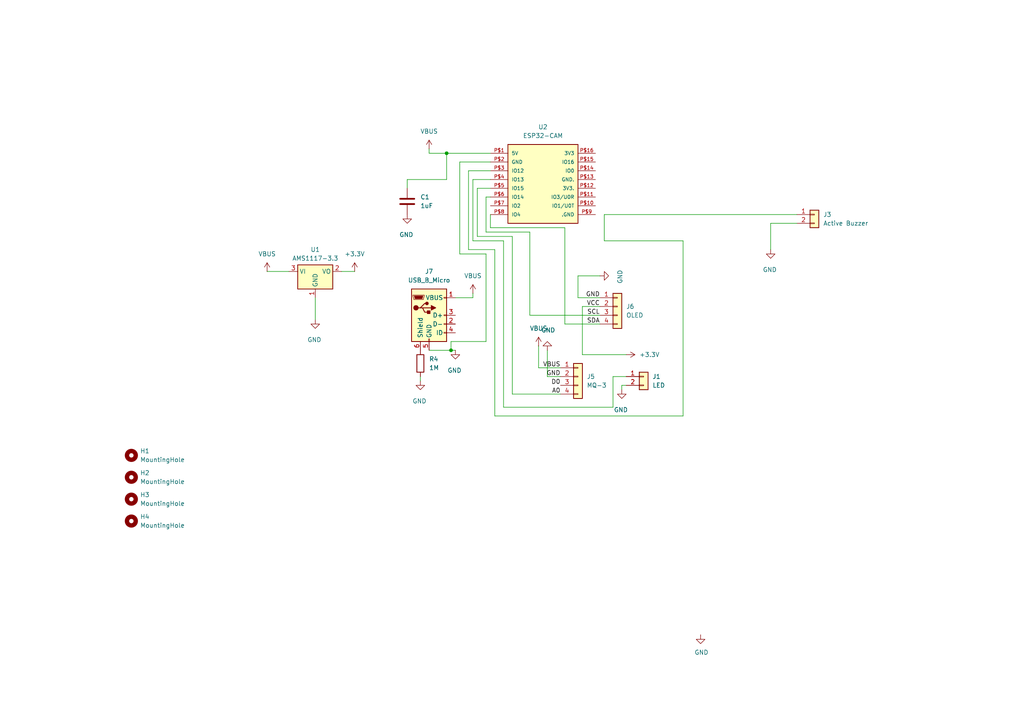
<source format=kicad_sch>
(kicad_sch
	(version 20231120)
	(generator "eeschema")
	(generator_version "8.0")
	(uuid "a01874e6-7f39-45b4-b532-c71e0031eefa")
	(paper "A4")
	(lib_symbols
		(symbol "Connector:USB_B_Micro"
			(pin_names
				(offset 1.016)
			)
			(exclude_from_sim no)
			(in_bom yes)
			(on_board yes)
			(property "Reference" "J"
				(at -5.08 11.43 0)
				(effects
					(font
						(size 1.27 1.27)
					)
					(justify left)
				)
			)
			(property "Value" "USB_B_Micro"
				(at -5.08 8.89 0)
				(effects
					(font
						(size 1.27 1.27)
					)
					(justify left)
				)
			)
			(property "Footprint" ""
				(at 3.81 -1.27 0)
				(effects
					(font
						(size 1.27 1.27)
					)
					(hide yes)
				)
			)
			(property "Datasheet" "~"
				(at 3.81 -1.27 0)
				(effects
					(font
						(size 1.27 1.27)
					)
					(hide yes)
				)
			)
			(property "Description" "USB Micro Type B connector"
				(at 0 0 0)
				(effects
					(font
						(size 1.27 1.27)
					)
					(hide yes)
				)
			)
			(property "ki_keywords" "connector USB micro"
				(at 0 0 0)
				(effects
					(font
						(size 1.27 1.27)
					)
					(hide yes)
				)
			)
			(property "ki_fp_filters" "USB*"
				(at 0 0 0)
				(effects
					(font
						(size 1.27 1.27)
					)
					(hide yes)
				)
			)
			(symbol "USB_B_Micro_0_1"
				(rectangle
					(start -5.08 -7.62)
					(end 5.08 7.62)
					(stroke
						(width 0.254)
						(type default)
					)
					(fill
						(type background)
					)
				)
				(circle
					(center -3.81 2.159)
					(radius 0.635)
					(stroke
						(width 0.254)
						(type default)
					)
					(fill
						(type outline)
					)
				)
				(circle
					(center -0.635 3.429)
					(radius 0.381)
					(stroke
						(width 0.254)
						(type default)
					)
					(fill
						(type outline)
					)
				)
				(rectangle
					(start -0.127 -7.62)
					(end 0.127 -6.858)
					(stroke
						(width 0)
						(type default)
					)
					(fill
						(type none)
					)
				)
				(polyline
					(pts
						(xy -1.905 2.159) (xy 0.635 2.159)
					)
					(stroke
						(width 0.254)
						(type default)
					)
					(fill
						(type none)
					)
				)
				(polyline
					(pts
						(xy -3.175 2.159) (xy -2.54 2.159) (xy -1.27 3.429) (xy -0.635 3.429)
					)
					(stroke
						(width 0.254)
						(type default)
					)
					(fill
						(type none)
					)
				)
				(polyline
					(pts
						(xy -2.54 2.159) (xy -1.905 2.159) (xy -1.27 0.889) (xy 0 0.889)
					)
					(stroke
						(width 0.254)
						(type default)
					)
					(fill
						(type none)
					)
				)
				(polyline
					(pts
						(xy 0.635 2.794) (xy 0.635 1.524) (xy 1.905 2.159) (xy 0.635 2.794)
					)
					(stroke
						(width 0.254)
						(type default)
					)
					(fill
						(type outline)
					)
				)
				(polyline
					(pts
						(xy -4.318 5.588) (xy -1.778 5.588) (xy -2.032 4.826) (xy -4.064 4.826) (xy -4.318 5.588)
					)
					(stroke
						(width 0)
						(type default)
					)
					(fill
						(type outline)
					)
				)
				(polyline
					(pts
						(xy -4.699 5.842) (xy -4.699 5.588) (xy -4.445 4.826) (xy -4.445 4.572) (xy -1.651 4.572) (xy -1.651 4.826)
						(xy -1.397 5.588) (xy -1.397 5.842) (xy -4.699 5.842)
					)
					(stroke
						(width 0)
						(type default)
					)
					(fill
						(type none)
					)
				)
				(rectangle
					(start 0.254 1.27)
					(end -0.508 0.508)
					(stroke
						(width 0.254)
						(type default)
					)
					(fill
						(type outline)
					)
				)
				(rectangle
					(start 5.08 -5.207)
					(end 4.318 -4.953)
					(stroke
						(width 0)
						(type default)
					)
					(fill
						(type none)
					)
				)
				(rectangle
					(start 5.08 -2.667)
					(end 4.318 -2.413)
					(stroke
						(width 0)
						(type default)
					)
					(fill
						(type none)
					)
				)
				(rectangle
					(start 5.08 -0.127)
					(end 4.318 0.127)
					(stroke
						(width 0)
						(type default)
					)
					(fill
						(type none)
					)
				)
				(rectangle
					(start 5.08 4.953)
					(end 4.318 5.207)
					(stroke
						(width 0)
						(type default)
					)
					(fill
						(type none)
					)
				)
			)
			(symbol "USB_B_Micro_1_1"
				(pin power_out line
					(at 7.62 5.08 180)
					(length 2.54)
					(name "VBUS"
						(effects
							(font
								(size 1.27 1.27)
							)
						)
					)
					(number "1"
						(effects
							(font
								(size 1.27 1.27)
							)
						)
					)
				)
				(pin bidirectional line
					(at 7.62 -2.54 180)
					(length 2.54)
					(name "D-"
						(effects
							(font
								(size 1.27 1.27)
							)
						)
					)
					(number "2"
						(effects
							(font
								(size 1.27 1.27)
							)
						)
					)
				)
				(pin bidirectional line
					(at 7.62 0 180)
					(length 2.54)
					(name "D+"
						(effects
							(font
								(size 1.27 1.27)
							)
						)
					)
					(number "3"
						(effects
							(font
								(size 1.27 1.27)
							)
						)
					)
				)
				(pin passive line
					(at 7.62 -5.08 180)
					(length 2.54)
					(name "ID"
						(effects
							(font
								(size 1.27 1.27)
							)
						)
					)
					(number "4"
						(effects
							(font
								(size 1.27 1.27)
							)
						)
					)
				)
				(pin power_out line
					(at 0 -10.16 90)
					(length 2.54)
					(name "GND"
						(effects
							(font
								(size 1.27 1.27)
							)
						)
					)
					(number "5"
						(effects
							(font
								(size 1.27 1.27)
							)
						)
					)
				)
				(pin passive line
					(at -2.54 -10.16 90)
					(length 2.54)
					(name "Shield"
						(effects
							(font
								(size 1.27 1.27)
							)
						)
					)
					(number "6"
						(effects
							(font
								(size 1.27 1.27)
							)
						)
					)
				)
			)
		)
		(symbol "Connector_Generic:Conn_01x02"
			(pin_names
				(offset 1.016) hide)
			(exclude_from_sim no)
			(in_bom yes)
			(on_board yes)
			(property "Reference" "J"
				(at 0 2.54 0)
				(effects
					(font
						(size 1.27 1.27)
					)
				)
			)
			(property "Value" "Conn_01x02"
				(at 0 -5.08 0)
				(effects
					(font
						(size 1.27 1.27)
					)
				)
			)
			(property "Footprint" ""
				(at 0 0 0)
				(effects
					(font
						(size 1.27 1.27)
					)
					(hide yes)
				)
			)
			(property "Datasheet" "~"
				(at 0 0 0)
				(effects
					(font
						(size 1.27 1.27)
					)
					(hide yes)
				)
			)
			(property "Description" "Generic connector, single row, 01x02, script generated (kicad-library-utils/schlib/autogen/connector/)"
				(at 0 0 0)
				(effects
					(font
						(size 1.27 1.27)
					)
					(hide yes)
				)
			)
			(property "ki_keywords" "connector"
				(at 0 0 0)
				(effects
					(font
						(size 1.27 1.27)
					)
					(hide yes)
				)
			)
			(property "ki_fp_filters" "Connector*:*_1x??_*"
				(at 0 0 0)
				(effects
					(font
						(size 1.27 1.27)
					)
					(hide yes)
				)
			)
			(symbol "Conn_01x02_1_1"
				(rectangle
					(start -1.27 -2.413)
					(end 0 -2.667)
					(stroke
						(width 0.1524)
						(type default)
					)
					(fill
						(type none)
					)
				)
				(rectangle
					(start -1.27 0.127)
					(end 0 -0.127)
					(stroke
						(width 0.1524)
						(type default)
					)
					(fill
						(type none)
					)
				)
				(rectangle
					(start -1.27 1.27)
					(end 1.27 -3.81)
					(stroke
						(width 0.254)
						(type default)
					)
					(fill
						(type background)
					)
				)
				(pin passive line
					(at -5.08 0 0)
					(length 3.81)
					(name "Pin_1"
						(effects
							(font
								(size 1.27 1.27)
							)
						)
					)
					(number "1"
						(effects
							(font
								(size 1.27 1.27)
							)
						)
					)
				)
				(pin passive line
					(at -5.08 -2.54 0)
					(length 3.81)
					(name "Pin_2"
						(effects
							(font
								(size 1.27 1.27)
							)
						)
					)
					(number "2"
						(effects
							(font
								(size 1.27 1.27)
							)
						)
					)
				)
			)
		)
		(symbol "Connector_Generic:Conn_01x04"
			(pin_names
				(offset 1.016) hide)
			(exclude_from_sim no)
			(in_bom yes)
			(on_board yes)
			(property "Reference" "J"
				(at 0 5.08 0)
				(effects
					(font
						(size 1.27 1.27)
					)
				)
			)
			(property "Value" "Conn_01x04"
				(at 0 -7.62 0)
				(effects
					(font
						(size 1.27 1.27)
					)
				)
			)
			(property "Footprint" ""
				(at 0 0 0)
				(effects
					(font
						(size 1.27 1.27)
					)
					(hide yes)
				)
			)
			(property "Datasheet" "~"
				(at 0 0 0)
				(effects
					(font
						(size 1.27 1.27)
					)
					(hide yes)
				)
			)
			(property "Description" "Generic connector, single row, 01x04, script generated (kicad-library-utils/schlib/autogen/connector/)"
				(at 0 0 0)
				(effects
					(font
						(size 1.27 1.27)
					)
					(hide yes)
				)
			)
			(property "ki_keywords" "connector"
				(at 0 0 0)
				(effects
					(font
						(size 1.27 1.27)
					)
					(hide yes)
				)
			)
			(property "ki_fp_filters" "Connector*:*_1x??_*"
				(at 0 0 0)
				(effects
					(font
						(size 1.27 1.27)
					)
					(hide yes)
				)
			)
			(symbol "Conn_01x04_1_1"
				(rectangle
					(start -1.27 -4.953)
					(end 0 -5.207)
					(stroke
						(width 0.1524)
						(type default)
					)
					(fill
						(type none)
					)
				)
				(rectangle
					(start -1.27 -2.413)
					(end 0 -2.667)
					(stroke
						(width 0.1524)
						(type default)
					)
					(fill
						(type none)
					)
				)
				(rectangle
					(start -1.27 0.127)
					(end 0 -0.127)
					(stroke
						(width 0.1524)
						(type default)
					)
					(fill
						(type none)
					)
				)
				(rectangle
					(start -1.27 2.667)
					(end 0 2.413)
					(stroke
						(width 0.1524)
						(type default)
					)
					(fill
						(type none)
					)
				)
				(rectangle
					(start -1.27 3.81)
					(end 1.27 -6.35)
					(stroke
						(width 0.254)
						(type default)
					)
					(fill
						(type background)
					)
				)
				(pin passive line
					(at -5.08 2.54 0)
					(length 3.81)
					(name "Pin_1"
						(effects
							(font
								(size 1.27 1.27)
							)
						)
					)
					(number "1"
						(effects
							(font
								(size 1.27 1.27)
							)
						)
					)
				)
				(pin passive line
					(at -5.08 0 0)
					(length 3.81)
					(name "Pin_2"
						(effects
							(font
								(size 1.27 1.27)
							)
						)
					)
					(number "2"
						(effects
							(font
								(size 1.27 1.27)
							)
						)
					)
				)
				(pin passive line
					(at -5.08 -2.54 0)
					(length 3.81)
					(name "Pin_3"
						(effects
							(font
								(size 1.27 1.27)
							)
						)
					)
					(number "3"
						(effects
							(font
								(size 1.27 1.27)
							)
						)
					)
				)
				(pin passive line
					(at -5.08 -5.08 0)
					(length 3.81)
					(name "Pin_4"
						(effects
							(font
								(size 1.27 1.27)
							)
						)
					)
					(number "4"
						(effects
							(font
								(size 1.27 1.27)
							)
						)
					)
				)
			)
		)
		(symbol "Device:C"
			(pin_numbers hide)
			(pin_names
				(offset 0.254)
			)
			(exclude_from_sim no)
			(in_bom yes)
			(on_board yes)
			(property "Reference" "C"
				(at 0.635 2.54 0)
				(effects
					(font
						(size 1.27 1.27)
					)
					(justify left)
				)
			)
			(property "Value" "C"
				(at 0.635 -2.54 0)
				(effects
					(font
						(size 1.27 1.27)
					)
					(justify left)
				)
			)
			(property "Footprint" ""
				(at 0.9652 -3.81 0)
				(effects
					(font
						(size 1.27 1.27)
					)
					(hide yes)
				)
			)
			(property "Datasheet" "~"
				(at 0 0 0)
				(effects
					(font
						(size 1.27 1.27)
					)
					(hide yes)
				)
			)
			(property "Description" "Unpolarized capacitor"
				(at 0 0 0)
				(effects
					(font
						(size 1.27 1.27)
					)
					(hide yes)
				)
			)
			(property "ki_keywords" "cap capacitor"
				(at 0 0 0)
				(effects
					(font
						(size 1.27 1.27)
					)
					(hide yes)
				)
			)
			(property "ki_fp_filters" "C_*"
				(at 0 0 0)
				(effects
					(font
						(size 1.27 1.27)
					)
					(hide yes)
				)
			)
			(symbol "C_0_1"
				(polyline
					(pts
						(xy -2.032 -0.762) (xy 2.032 -0.762)
					)
					(stroke
						(width 0.508)
						(type default)
					)
					(fill
						(type none)
					)
				)
				(polyline
					(pts
						(xy -2.032 0.762) (xy 2.032 0.762)
					)
					(stroke
						(width 0.508)
						(type default)
					)
					(fill
						(type none)
					)
				)
			)
			(symbol "C_1_1"
				(pin passive line
					(at 0 3.81 270)
					(length 2.794)
					(name "~"
						(effects
							(font
								(size 1.27 1.27)
							)
						)
					)
					(number "1"
						(effects
							(font
								(size 1.27 1.27)
							)
						)
					)
				)
				(pin passive line
					(at 0 -3.81 90)
					(length 2.794)
					(name "~"
						(effects
							(font
								(size 1.27 1.27)
							)
						)
					)
					(number "2"
						(effects
							(font
								(size 1.27 1.27)
							)
						)
					)
				)
			)
		)
		(symbol "Device:R"
			(pin_numbers hide)
			(pin_names
				(offset 0)
			)
			(exclude_from_sim no)
			(in_bom yes)
			(on_board yes)
			(property "Reference" "R"
				(at 2.032 0 90)
				(effects
					(font
						(size 1.27 1.27)
					)
				)
			)
			(property "Value" "R"
				(at 0 0 90)
				(effects
					(font
						(size 1.27 1.27)
					)
				)
			)
			(property "Footprint" ""
				(at -1.778 0 90)
				(effects
					(font
						(size 1.27 1.27)
					)
					(hide yes)
				)
			)
			(property "Datasheet" "~"
				(at 0 0 0)
				(effects
					(font
						(size 1.27 1.27)
					)
					(hide yes)
				)
			)
			(property "Description" "Resistor"
				(at 0 0 0)
				(effects
					(font
						(size 1.27 1.27)
					)
					(hide yes)
				)
			)
			(property "ki_keywords" "R res resistor"
				(at 0 0 0)
				(effects
					(font
						(size 1.27 1.27)
					)
					(hide yes)
				)
			)
			(property "ki_fp_filters" "R_*"
				(at 0 0 0)
				(effects
					(font
						(size 1.27 1.27)
					)
					(hide yes)
				)
			)
			(symbol "R_0_1"
				(rectangle
					(start -1.016 -2.54)
					(end 1.016 2.54)
					(stroke
						(width 0.254)
						(type default)
					)
					(fill
						(type none)
					)
				)
			)
			(symbol "R_1_1"
				(pin passive line
					(at 0 3.81 270)
					(length 1.27)
					(name "~"
						(effects
							(font
								(size 1.27 1.27)
							)
						)
					)
					(number "1"
						(effects
							(font
								(size 1.27 1.27)
							)
						)
					)
				)
				(pin passive line
					(at 0 -3.81 90)
					(length 1.27)
					(name "~"
						(effects
							(font
								(size 1.27 1.27)
							)
						)
					)
					(number "2"
						(effects
							(font
								(size 1.27 1.27)
							)
						)
					)
				)
			)
		)
		(symbol "ESP32-CAM:ESP32-CAM"
			(pin_names
				(offset 1.016)
			)
			(exclude_from_sim no)
			(in_bom yes)
			(on_board yes)
			(property "Reference" "U"
				(at -10.16 20.32 0)
				(effects
					(font
						(size 1.27 1.27)
					)
					(justify left bottom)
				)
			)
			(property "Value" "ESP32-CAM"
				(at 0 0 0)
				(effects
					(font
						(size 1.27 1.27)
					)
					(justify bottom)
				)
			)
			(property "Footprint" "ESP32-CAM:ESP32-CAM"
				(at 0 0 0)
				(effects
					(font
						(size 1.27 1.27)
					)
					(justify bottom)
					(hide yes)
				)
			)
			(property "Datasheet" ""
				(at 0 0 0)
				(effects
					(font
						(size 1.27 1.27)
					)
					(hide yes)
				)
			)
			(property "Description" "ESP32 ESP32 Transceiver; 802.11 a/b/g/n (Wi-Fi, WiFi, WLAN), Bluetooth® Smart 4.x Low Energy (BLE) Evaluation Board"
				(at 0 0 0)
				(effects
					(font
						(size 1.27 1.27)
					)
					(justify bottom)
					(hide yes)
				)
			)
			(property "MF" "AI-Thinker"
				(at 0 0 0)
				(effects
					(font
						(size 1.27 1.27)
					)
					(justify bottom)
					(hide yes)
				)
			)
			(property "PACKAGE" "None"
				(at 0 0 0)
				(effects
					(font
						(size 1.27 1.27)
					)
					(justify bottom)
					(hide yes)
				)
			)
			(property "PRICE" "None"
				(at 0 0 0)
				(effects
					(font
						(size 1.27 1.27)
					)
					(justify bottom)
					(hide yes)
				)
			)
			(property "Package" "None"
				(at 0 0 0)
				(effects
					(font
						(size 1.27 1.27)
					)
					(justify bottom)
					(hide yes)
				)
			)
			(property "Check_prices" "https://www.snapeda.com/parts/ESP32-CAM/AI-Thinker/view-part/?ref=eda"
				(at 0 0 0)
				(effects
					(font
						(size 1.27 1.27)
					)
					(justify bottom)
					(hide yes)
				)
			)
			(property "Price" "None"
				(at 0 0 0)
				(effects
					(font
						(size 1.27 1.27)
					)
					(justify bottom)
					(hide yes)
				)
			)
			(property "SnapEDA_Link" "https://www.snapeda.com/parts/ESP32-CAM/AI-Thinker/view-part/?ref=snap"
				(at 0 0 0)
				(effects
					(font
						(size 1.27 1.27)
					)
					(justify bottom)
					(hide yes)
				)
			)
			(property "MP" "ESP32-CAM"
				(at 0 0 0)
				(effects
					(font
						(size 1.27 1.27)
					)
					(justify bottom)
					(hide yes)
				)
			)
			(property "Availability" "Not in stock"
				(at 0 0 0)
				(effects
					(font
						(size 1.27 1.27)
					)
					(justify bottom)
					(hide yes)
				)
			)
			(property "AVAILABILITY" "Not in stock"
				(at 0 0 0)
				(effects
					(font
						(size 1.27 1.27)
					)
					(justify bottom)
					(hide yes)
				)
			)
			(property "Description_1" "\n                        \n                            ESP32 ESP32 Transceiver; 802.11 a/b/g/n (Wi-Fi, WiFi, WLAN), Bluetooth® Smart 4.x Low Energy (BLE) Evaluation Board\n                        \n"
				(at 0 0 0)
				(effects
					(font
						(size 1.27 1.27)
					)
					(justify bottom)
					(hide yes)
				)
			)
			(symbol "ESP32-CAM_0_0"
				(rectangle
					(start -10.16 -5.08)
					(end 10.16 17.78)
					(stroke
						(width 0.254)
						(type default)
					)
					(fill
						(type background)
					)
				)
				(pin bidirectional line
					(at -15.24 15.24 0)
					(length 5.08)
					(name "5V"
						(effects
							(font
								(size 1.016 1.016)
							)
						)
					)
					(number "P$1"
						(effects
							(font
								(size 1.016 1.016)
							)
						)
					)
				)
				(pin bidirectional line
					(at 15.24 0 180)
					(length 5.08)
					(name "IO1/U0T"
						(effects
							(font
								(size 1.016 1.016)
							)
						)
					)
					(number "P$10"
						(effects
							(font
								(size 1.016 1.016)
							)
						)
					)
				)
				(pin bidirectional line
					(at 15.24 2.54 180)
					(length 5.08)
					(name "IO3/U0R"
						(effects
							(font
								(size 1.016 1.016)
							)
						)
					)
					(number "P$11"
						(effects
							(font
								(size 1.016 1.016)
							)
						)
					)
				)
				(pin bidirectional line
					(at 15.24 5.08 180)
					(length 5.08)
					(name "3V3."
						(effects
							(font
								(size 1.016 1.016)
							)
						)
					)
					(number "P$12"
						(effects
							(font
								(size 1.016 1.016)
							)
						)
					)
				)
				(pin bidirectional line
					(at 15.24 7.62 180)
					(length 5.08)
					(name "GND."
						(effects
							(font
								(size 1.016 1.016)
							)
						)
					)
					(number "P$13"
						(effects
							(font
								(size 1.016 1.016)
							)
						)
					)
				)
				(pin bidirectional line
					(at 15.24 10.16 180)
					(length 5.08)
					(name "IO0"
						(effects
							(font
								(size 1.016 1.016)
							)
						)
					)
					(number "P$14"
						(effects
							(font
								(size 1.016 1.016)
							)
						)
					)
				)
				(pin bidirectional line
					(at 15.24 12.7 180)
					(length 5.08)
					(name "IO16"
						(effects
							(font
								(size 1.016 1.016)
							)
						)
					)
					(number "P$15"
						(effects
							(font
								(size 1.016 1.016)
							)
						)
					)
				)
				(pin bidirectional line
					(at 15.24 15.24 180)
					(length 5.08)
					(name "3V3"
						(effects
							(font
								(size 1.016 1.016)
							)
						)
					)
					(number "P$16"
						(effects
							(font
								(size 1.016 1.016)
							)
						)
					)
				)
				(pin bidirectional line
					(at -15.24 12.7 0)
					(length 5.08)
					(name "GND"
						(effects
							(font
								(size 1.016 1.016)
							)
						)
					)
					(number "P$2"
						(effects
							(font
								(size 1.016 1.016)
							)
						)
					)
				)
				(pin bidirectional line
					(at -15.24 10.16 0)
					(length 5.08)
					(name "IO12"
						(effects
							(font
								(size 1.016 1.016)
							)
						)
					)
					(number "P$3"
						(effects
							(font
								(size 1.016 1.016)
							)
						)
					)
				)
				(pin bidirectional line
					(at -15.24 7.62 0)
					(length 5.08)
					(name "IO13"
						(effects
							(font
								(size 1.016 1.016)
							)
						)
					)
					(number "P$4"
						(effects
							(font
								(size 1.016 1.016)
							)
						)
					)
				)
				(pin bidirectional line
					(at -15.24 5.08 0)
					(length 5.08)
					(name "IO15"
						(effects
							(font
								(size 1.016 1.016)
							)
						)
					)
					(number "P$5"
						(effects
							(font
								(size 1.016 1.016)
							)
						)
					)
				)
				(pin bidirectional line
					(at -15.24 2.54 0)
					(length 5.08)
					(name "IO14"
						(effects
							(font
								(size 1.016 1.016)
							)
						)
					)
					(number "P$6"
						(effects
							(font
								(size 1.016 1.016)
							)
						)
					)
				)
				(pin bidirectional line
					(at -15.24 0 0)
					(length 5.08)
					(name "IO2"
						(effects
							(font
								(size 1.016 1.016)
							)
						)
					)
					(number "P$7"
						(effects
							(font
								(size 1.016 1.016)
							)
						)
					)
				)
				(pin bidirectional line
					(at -15.24 -2.54 0)
					(length 5.08)
					(name "IO4"
						(effects
							(font
								(size 1.016 1.016)
							)
						)
					)
					(number "P$8"
						(effects
							(font
								(size 1.016 1.016)
							)
						)
					)
				)
				(pin bidirectional line
					(at 15.24 -2.54 180)
					(length 5.08)
					(name ".GND"
						(effects
							(font
								(size 1.016 1.016)
							)
						)
					)
					(number "P$9"
						(effects
							(font
								(size 1.016 1.016)
							)
						)
					)
				)
			)
		)
		(symbol "Mechanical:MountingHole"
			(pin_names
				(offset 1.016)
			)
			(exclude_from_sim yes)
			(in_bom no)
			(on_board yes)
			(property "Reference" "H"
				(at 0 5.08 0)
				(effects
					(font
						(size 1.27 1.27)
					)
				)
			)
			(property "Value" "MountingHole"
				(at 0 3.175 0)
				(effects
					(font
						(size 1.27 1.27)
					)
				)
			)
			(property "Footprint" ""
				(at 0 0 0)
				(effects
					(font
						(size 1.27 1.27)
					)
					(hide yes)
				)
			)
			(property "Datasheet" "~"
				(at 0 0 0)
				(effects
					(font
						(size 1.27 1.27)
					)
					(hide yes)
				)
			)
			(property "Description" "Mounting Hole without connection"
				(at 0 0 0)
				(effects
					(font
						(size 1.27 1.27)
					)
					(hide yes)
				)
			)
			(property "ki_keywords" "mounting hole"
				(at 0 0 0)
				(effects
					(font
						(size 1.27 1.27)
					)
					(hide yes)
				)
			)
			(property "ki_fp_filters" "MountingHole*"
				(at 0 0 0)
				(effects
					(font
						(size 1.27 1.27)
					)
					(hide yes)
				)
			)
			(symbol "MountingHole_0_1"
				(circle
					(center 0 0)
					(radius 1.27)
					(stroke
						(width 1.27)
						(type default)
					)
					(fill
						(type none)
					)
				)
			)
		)
		(symbol "Regulator_Linear:AMS1117-3.3"
			(exclude_from_sim no)
			(in_bom yes)
			(on_board yes)
			(property "Reference" "U"
				(at -3.81 3.175 0)
				(effects
					(font
						(size 1.27 1.27)
					)
				)
			)
			(property "Value" "AMS1117-3.3"
				(at 0 3.175 0)
				(effects
					(font
						(size 1.27 1.27)
					)
					(justify left)
				)
			)
			(property "Footprint" "Package_TO_SOT_SMD:SOT-223-3_TabPin2"
				(at 0 5.08 0)
				(effects
					(font
						(size 1.27 1.27)
					)
					(hide yes)
				)
			)
			(property "Datasheet" "http://www.advanced-monolithic.com/pdf/ds1117.pdf"
				(at 2.54 -6.35 0)
				(effects
					(font
						(size 1.27 1.27)
					)
					(hide yes)
				)
			)
			(property "Description" "1A Low Dropout regulator, positive, 3.3V fixed output, SOT-223"
				(at 0 0 0)
				(effects
					(font
						(size 1.27 1.27)
					)
					(hide yes)
				)
			)
			(property "ki_keywords" "linear regulator ldo fixed positive"
				(at 0 0 0)
				(effects
					(font
						(size 1.27 1.27)
					)
					(hide yes)
				)
			)
			(property "ki_fp_filters" "SOT?223*TabPin2*"
				(at 0 0 0)
				(effects
					(font
						(size 1.27 1.27)
					)
					(hide yes)
				)
			)
			(symbol "AMS1117-3.3_0_1"
				(rectangle
					(start -5.08 -5.08)
					(end 5.08 1.905)
					(stroke
						(width 0.254)
						(type default)
					)
					(fill
						(type background)
					)
				)
			)
			(symbol "AMS1117-3.3_1_1"
				(pin power_in line
					(at 0 -7.62 90)
					(length 2.54)
					(name "GND"
						(effects
							(font
								(size 1.27 1.27)
							)
						)
					)
					(number "1"
						(effects
							(font
								(size 1.27 1.27)
							)
						)
					)
				)
				(pin power_out line
					(at 7.62 0 180)
					(length 2.54)
					(name "VO"
						(effects
							(font
								(size 1.27 1.27)
							)
						)
					)
					(number "2"
						(effects
							(font
								(size 1.27 1.27)
							)
						)
					)
				)
				(pin power_in line
					(at -7.62 0 0)
					(length 2.54)
					(name "VI"
						(effects
							(font
								(size 1.27 1.27)
							)
						)
					)
					(number "3"
						(effects
							(font
								(size 1.27 1.27)
							)
						)
					)
				)
			)
		)
		(symbol "power:+3.3V"
			(power)
			(pin_numbers hide)
			(pin_names
				(offset 0) hide)
			(exclude_from_sim no)
			(in_bom yes)
			(on_board yes)
			(property "Reference" "#PWR"
				(at 0 -3.81 0)
				(effects
					(font
						(size 1.27 1.27)
					)
					(hide yes)
				)
			)
			(property "Value" "+3.3V"
				(at 0 3.556 0)
				(effects
					(font
						(size 1.27 1.27)
					)
				)
			)
			(property "Footprint" ""
				(at 0 0 0)
				(effects
					(font
						(size 1.27 1.27)
					)
					(hide yes)
				)
			)
			(property "Datasheet" ""
				(at 0 0 0)
				(effects
					(font
						(size 1.27 1.27)
					)
					(hide yes)
				)
			)
			(property "Description" "Power symbol creates a global label with name \"+3.3V\""
				(at 0 0 0)
				(effects
					(font
						(size 1.27 1.27)
					)
					(hide yes)
				)
			)
			(property "ki_keywords" "global power"
				(at 0 0 0)
				(effects
					(font
						(size 1.27 1.27)
					)
					(hide yes)
				)
			)
			(symbol "+3.3V_0_1"
				(polyline
					(pts
						(xy -0.762 1.27) (xy 0 2.54)
					)
					(stroke
						(width 0)
						(type default)
					)
					(fill
						(type none)
					)
				)
				(polyline
					(pts
						(xy 0 0) (xy 0 2.54)
					)
					(stroke
						(width 0)
						(type default)
					)
					(fill
						(type none)
					)
				)
				(polyline
					(pts
						(xy 0 2.54) (xy 0.762 1.27)
					)
					(stroke
						(width 0)
						(type default)
					)
					(fill
						(type none)
					)
				)
			)
			(symbol "+3.3V_1_1"
				(pin power_in line
					(at 0 0 90)
					(length 0)
					(name "~"
						(effects
							(font
								(size 1.27 1.27)
							)
						)
					)
					(number "1"
						(effects
							(font
								(size 1.27 1.27)
							)
						)
					)
				)
			)
		)
		(symbol "power:GND"
			(power)
			(pin_numbers hide)
			(pin_names
				(offset 0) hide)
			(exclude_from_sim no)
			(in_bom yes)
			(on_board yes)
			(property "Reference" "#PWR"
				(at 0 -6.35 0)
				(effects
					(font
						(size 1.27 1.27)
					)
					(hide yes)
				)
			)
			(property "Value" "GND"
				(at 0 -3.81 0)
				(effects
					(font
						(size 1.27 1.27)
					)
				)
			)
			(property "Footprint" ""
				(at 0 0 0)
				(effects
					(font
						(size 1.27 1.27)
					)
					(hide yes)
				)
			)
			(property "Datasheet" ""
				(at 0 0 0)
				(effects
					(font
						(size 1.27 1.27)
					)
					(hide yes)
				)
			)
			(property "Description" "Power symbol creates a global label with name \"GND\" , ground"
				(at 0 0 0)
				(effects
					(font
						(size 1.27 1.27)
					)
					(hide yes)
				)
			)
			(property "ki_keywords" "global power"
				(at 0 0 0)
				(effects
					(font
						(size 1.27 1.27)
					)
					(hide yes)
				)
			)
			(symbol "GND_0_1"
				(polyline
					(pts
						(xy 0 0) (xy 0 -1.27) (xy 1.27 -1.27) (xy 0 -2.54) (xy -1.27 -1.27) (xy 0 -1.27)
					)
					(stroke
						(width 0)
						(type default)
					)
					(fill
						(type none)
					)
				)
			)
			(symbol "GND_1_1"
				(pin power_in line
					(at 0 0 270)
					(length 0)
					(name "~"
						(effects
							(font
								(size 1.27 1.27)
							)
						)
					)
					(number "1"
						(effects
							(font
								(size 1.27 1.27)
							)
						)
					)
				)
			)
		)
		(symbol "power:VBUS"
			(power)
			(pin_numbers hide)
			(pin_names
				(offset 0) hide)
			(exclude_from_sim no)
			(in_bom yes)
			(on_board yes)
			(property "Reference" "#PWR"
				(at 0 -3.81 0)
				(effects
					(font
						(size 1.27 1.27)
					)
					(hide yes)
				)
			)
			(property "Value" "VBUS"
				(at 0 3.556 0)
				(effects
					(font
						(size 1.27 1.27)
					)
				)
			)
			(property "Footprint" ""
				(at 0 0 0)
				(effects
					(font
						(size 1.27 1.27)
					)
					(hide yes)
				)
			)
			(property "Datasheet" ""
				(at 0 0 0)
				(effects
					(font
						(size 1.27 1.27)
					)
					(hide yes)
				)
			)
			(property "Description" "Power symbol creates a global label with name \"VBUS\""
				(at 0 0 0)
				(effects
					(font
						(size 1.27 1.27)
					)
					(hide yes)
				)
			)
			(property "ki_keywords" "global power"
				(at 0 0 0)
				(effects
					(font
						(size 1.27 1.27)
					)
					(hide yes)
				)
			)
			(symbol "VBUS_0_1"
				(polyline
					(pts
						(xy -0.762 1.27) (xy 0 2.54)
					)
					(stroke
						(width 0)
						(type default)
					)
					(fill
						(type none)
					)
				)
				(polyline
					(pts
						(xy 0 0) (xy 0 2.54)
					)
					(stroke
						(width 0)
						(type default)
					)
					(fill
						(type none)
					)
				)
				(polyline
					(pts
						(xy 0 2.54) (xy 0.762 1.27)
					)
					(stroke
						(width 0)
						(type default)
					)
					(fill
						(type none)
					)
				)
			)
			(symbol "VBUS_1_1"
				(pin power_in line
					(at 0 0 90)
					(length 0)
					(name "~"
						(effects
							(font
								(size 1.27 1.27)
							)
						)
					)
					(number "1"
						(effects
							(font
								(size 1.27 1.27)
							)
						)
					)
				)
			)
		)
	)
	(junction
		(at 129.54 44.45)
		(diameter 0)
		(color 0 0 0 0)
		(uuid "435878f1-d0e0-4b4d-bed6-5b8412ce0184")
	)
	(junction
		(at 130.81 101.6)
		(diameter 0)
		(color 0 0 0 0)
		(uuid "613b7822-fb74-4ec6-9224-cd72b9e8b5d4")
	)
	(wire
		(pts
			(xy 163.83 93.98) (xy 173.99 93.98)
		)
		(stroke
			(width 0)
			(type default)
		)
		(uuid "0187f6a8-d4b5-4eac-84a8-fb95598c29e7")
	)
	(wire
		(pts
			(xy 180.34 111.76) (xy 180.34 113.03)
		)
		(stroke
			(width 0)
			(type default)
		)
		(uuid "056b45b3-29f8-4bea-9bd7-21467d9f870b")
	)
	(wire
		(pts
			(xy 137.16 69.85) (xy 146.05 69.85)
		)
		(stroke
			(width 0)
			(type default)
		)
		(uuid "0eff818b-0234-43b5-b876-80de6214286a")
	)
	(wire
		(pts
			(xy 138.43 68.58) (xy 138.43 54.61)
		)
		(stroke
			(width 0)
			(type default)
		)
		(uuid "125bcb41-1b24-4ab8-b7fc-2275ef865cee")
	)
	(wire
		(pts
			(xy 177.8 109.22) (xy 181.61 109.22)
		)
		(stroke
			(width 0)
			(type default)
		)
		(uuid "132a22f4-ae4a-447c-a2b4-10a13c06042d")
	)
	(wire
		(pts
			(xy 156.21 106.68) (xy 162.56 106.68)
		)
		(stroke
			(width 0)
			(type default)
		)
		(uuid "166d2871-8fac-459b-9c60-784647248da2")
	)
	(wire
		(pts
			(xy 118.11 52.07) (xy 129.54 52.07)
		)
		(stroke
			(width 0)
			(type default)
		)
		(uuid "1dd16554-4be1-49f7-b6ef-08cd33dc51c4")
	)
	(wire
		(pts
			(xy 146.05 118.11) (xy 177.8 118.11)
		)
		(stroke
			(width 0)
			(type default)
		)
		(uuid "26a542a7-0c71-4b52-a7bb-125572157f8a")
	)
	(wire
		(pts
			(xy 158.75 109.22) (xy 158.75 101.6)
		)
		(stroke
			(width 0)
			(type default)
		)
		(uuid "2cae933c-3b05-45a2-b638-015140cf58bd")
	)
	(wire
		(pts
			(xy 223.52 64.77) (xy 223.52 72.39)
		)
		(stroke
			(width 0)
			(type default)
		)
		(uuid "35a7a814-9cd9-49f0-be41-d723cc007231")
	)
	(wire
		(pts
			(xy 132.08 86.36) (xy 137.16 86.36)
		)
		(stroke
			(width 0)
			(type default)
		)
		(uuid "3677725f-7fed-40d3-9d13-d16b527468e0")
	)
	(wire
		(pts
			(xy 148.59 68.58) (xy 148.59 114.3)
		)
		(stroke
			(width 0)
			(type default)
		)
		(uuid "380ce401-fa33-4c60-9170-dc970f5a645c")
	)
	(wire
		(pts
			(xy 168.91 102.87) (xy 181.61 102.87)
		)
		(stroke
			(width 0)
			(type default)
		)
		(uuid "3a0baa95-9976-407c-b3f8-86883f2926ef")
	)
	(wire
		(pts
			(xy 163.83 66.04) (xy 142.24 66.04)
		)
		(stroke
			(width 0)
			(type default)
		)
		(uuid "40b2471b-1705-438c-abc4-cb88b527b73d")
	)
	(wire
		(pts
			(xy 163.83 93.98) (xy 163.83 66.04)
		)
		(stroke
			(width 0)
			(type default)
		)
		(uuid "45ffa730-7a17-4502-a10e-82606818cd8e")
	)
	(wire
		(pts
			(xy 137.16 52.07) (xy 137.16 69.85)
		)
		(stroke
			(width 0)
			(type default)
		)
		(uuid "4cf5b953-8a22-4c5e-8b33-53d691f11a35")
	)
	(wire
		(pts
			(xy 142.24 52.07) (xy 137.16 52.07)
		)
		(stroke
			(width 0)
			(type default)
		)
		(uuid "50d736c7-bd22-42ec-b163-17825ebab55f")
	)
	(wire
		(pts
			(xy 118.11 54.61) (xy 118.11 52.07)
		)
		(stroke
			(width 0)
			(type default)
		)
		(uuid "5113c38e-71ce-401e-b872-4f841b9f06f2")
	)
	(wire
		(pts
			(xy 167.64 86.36) (xy 167.64 80.01)
		)
		(stroke
			(width 0)
			(type default)
		)
		(uuid "52412456-1675-4956-9e0c-d83927c0d711")
	)
	(wire
		(pts
			(xy 180.34 111.76) (xy 181.61 111.76)
		)
		(stroke
			(width 0)
			(type default)
		)
		(uuid "53c5ce10-9722-4346-870e-623da8f3b2c9")
	)
	(wire
		(pts
			(xy 135.89 49.53) (xy 135.89 72.39)
		)
		(stroke
			(width 0)
			(type default)
		)
		(uuid "57fbac9f-747a-4404-9d63-643bb06d0827")
	)
	(wire
		(pts
			(xy 153.67 91.44) (xy 153.67 67.31)
		)
		(stroke
			(width 0)
			(type default)
		)
		(uuid "599bb55b-a31b-465d-9654-69a946b467b0")
	)
	(wire
		(pts
			(xy 143.51 72.39) (xy 143.51 120.65)
		)
		(stroke
			(width 0)
			(type default)
		)
		(uuid "5c1bb0b4-0544-449c-bd7d-1cf3a4d3ca9c")
	)
	(wire
		(pts
			(xy 168.91 88.9) (xy 168.91 102.87)
		)
		(stroke
			(width 0)
			(type default)
		)
		(uuid "63a20822-9c51-4cca-833d-6ecaf267b692")
	)
	(wire
		(pts
			(xy 140.97 57.15) (xy 142.24 57.15)
		)
		(stroke
			(width 0)
			(type default)
		)
		(uuid "6529659a-3d13-48fd-9f02-dbec67835015")
	)
	(wire
		(pts
			(xy 133.35 73.66) (xy 133.35 46.99)
		)
		(stroke
			(width 0)
			(type default)
		)
		(uuid "66153c3e-7d12-4b07-ab22-efc8ad4ae999")
	)
	(wire
		(pts
			(xy 173.99 88.9) (xy 168.91 88.9)
		)
		(stroke
			(width 0)
			(type default)
		)
		(uuid "674aa023-c474-4eb8-9249-396d3f8d90d3")
	)
	(wire
		(pts
			(xy 129.54 52.07) (xy 129.54 44.45)
		)
		(stroke
			(width 0)
			(type default)
		)
		(uuid "6f83e2a8-d062-4535-af79-dfb93b2c53b1")
	)
	(wire
		(pts
			(xy 140.97 67.31) (xy 140.97 57.15)
		)
		(stroke
			(width 0)
			(type default)
		)
		(uuid "71a0656d-9f9c-442f-b121-df2e72c88833")
	)
	(wire
		(pts
			(xy 173.99 91.44) (xy 153.67 91.44)
		)
		(stroke
			(width 0)
			(type default)
		)
		(uuid "7404987c-ed69-42e9-9dd8-80fbbfcc63ac")
	)
	(wire
		(pts
			(xy 162.56 109.22) (xy 158.75 109.22)
		)
		(stroke
			(width 0)
			(type default)
		)
		(uuid "779635a4-d8e7-466d-9af3-dea83768a839")
	)
	(wire
		(pts
			(xy 99.06 78.74) (xy 102.87 78.74)
		)
		(stroke
			(width 0)
			(type default)
		)
		(uuid "7cf34dc9-6804-4cd1-8d3d-e398456ef09c")
	)
	(wire
		(pts
			(xy 223.52 64.77) (xy 231.14 64.77)
		)
		(stroke
			(width 0)
			(type default)
		)
		(uuid "7d79ccf3-c3cb-4545-adfb-2adad3869ff5")
	)
	(wire
		(pts
			(xy 124.46 44.45) (xy 129.54 44.45)
		)
		(stroke
			(width 0)
			(type default)
		)
		(uuid "84b0e701-5ca9-4ab9-8dba-a7e82d574f86")
	)
	(wire
		(pts
			(xy 146.05 69.85) (xy 146.05 118.11)
		)
		(stroke
			(width 0)
			(type default)
		)
		(uuid "86b98dd5-3671-4cf7-9d57-95b432b4a106")
	)
	(wire
		(pts
			(xy 173.99 86.36) (xy 167.64 86.36)
		)
		(stroke
			(width 0)
			(type default)
		)
		(uuid "88f47a60-b44f-4f31-8225-4135e160aaee")
	)
	(wire
		(pts
			(xy 137.16 86.36) (xy 137.16 85.09)
		)
		(stroke
			(width 0)
			(type default)
		)
		(uuid "8b74bf7f-7c7e-4582-af58-5d1e132af98d")
	)
	(wire
		(pts
			(xy 133.35 46.99) (xy 142.24 46.99)
		)
		(stroke
			(width 0)
			(type default)
		)
		(uuid "8cd613eb-7827-4d03-b142-8d423cd30f6e")
	)
	(wire
		(pts
			(xy 121.92 109.22) (xy 121.92 110.49)
		)
		(stroke
			(width 0)
			(type default)
		)
		(uuid "8cd62b6f-189e-49b0-994b-1e6677acb385")
	)
	(wire
		(pts
			(xy 142.24 49.53) (xy 135.89 49.53)
		)
		(stroke
			(width 0)
			(type default)
		)
		(uuid "9a5443e0-8ccd-4b21-9e3a-aa7bb69a20e7")
	)
	(wire
		(pts
			(xy 91.44 86.36) (xy 91.44 92.71)
		)
		(stroke
			(width 0)
			(type default)
		)
		(uuid "9db3a5bf-310c-496b-9601-6ec58a4db06c")
	)
	(wire
		(pts
			(xy 140.97 99.06) (xy 140.97 73.66)
		)
		(stroke
			(width 0)
			(type default)
		)
		(uuid "9ffd15d2-8852-4336-bc53-96428817fc02")
	)
	(wire
		(pts
			(xy 156.21 100.33) (xy 156.21 106.68)
		)
		(stroke
			(width 0)
			(type default)
		)
		(uuid "a07c6115-1bf8-407c-bf2b-8291d4865ed9")
	)
	(wire
		(pts
			(xy 143.51 120.65) (xy 198.12 120.65)
		)
		(stroke
			(width 0)
			(type default)
		)
		(uuid "a3549997-13ad-48e2-9619-f20a6218deda")
	)
	(wire
		(pts
			(xy 83.82 78.74) (xy 77.47 78.74)
		)
		(stroke
			(width 0)
			(type default)
		)
		(uuid "a76a612c-a75b-4720-b4f1-c8c4cee58b71")
	)
	(wire
		(pts
			(xy 198.12 120.65) (xy 198.12 69.85)
		)
		(stroke
			(width 0)
			(type default)
		)
		(uuid "adce53e2-8f5f-43b7-9c94-71663224479b")
	)
	(wire
		(pts
			(xy 148.59 114.3) (xy 162.56 114.3)
		)
		(stroke
			(width 0)
			(type default)
		)
		(uuid "b0efc677-c5b5-45aa-a701-26fc6f45fbb5")
	)
	(wire
		(pts
			(xy 167.64 80.01) (xy 173.99 80.01)
		)
		(stroke
			(width 0)
			(type default)
		)
		(uuid "b30f5f3e-22ff-4cdf-a237-58f0276f0f60")
	)
	(wire
		(pts
			(xy 140.97 73.66) (xy 133.35 73.66)
		)
		(stroke
			(width 0)
			(type default)
		)
		(uuid "ce91f2a2-9b29-4d50-ab44-c2514992deaf")
	)
	(wire
		(pts
			(xy 177.8 118.11) (xy 177.8 109.22)
		)
		(stroke
			(width 0)
			(type default)
		)
		(uuid "d6e28165-7207-457f-b4f0-34e30a9dcce8")
	)
	(wire
		(pts
			(xy 142.24 66.04) (xy 142.24 62.23)
		)
		(stroke
			(width 0)
			(type default)
		)
		(uuid "d9d12ac2-5327-4ded-a0e7-263e2825a43c")
	)
	(wire
		(pts
			(xy 148.59 68.58) (xy 138.43 68.58)
		)
		(stroke
			(width 0)
			(type default)
		)
		(uuid "dd0d7c68-ffe8-4c69-86bf-fe80efd40b1f")
	)
	(wire
		(pts
			(xy 129.54 44.45) (xy 142.24 44.45)
		)
		(stroke
			(width 0)
			(type default)
		)
		(uuid "e4f888f4-f1f1-4ce1-9bbb-233dda4261e3")
	)
	(wire
		(pts
			(xy 132.08 101.6) (xy 130.81 101.6)
		)
		(stroke
			(width 0)
			(type default)
		)
		(uuid "e6e347c4-7fdb-4490-b9de-6e2f91b610e2")
	)
	(wire
		(pts
			(xy 175.26 69.85) (xy 175.26 62.23)
		)
		(stroke
			(width 0)
			(type default)
		)
		(uuid "e7f601ef-f2f2-415f-8f10-b608c1caf8d8")
	)
	(wire
		(pts
			(xy 138.43 54.61) (xy 142.24 54.61)
		)
		(stroke
			(width 0)
			(type default)
		)
		(uuid "eda9b31c-9ab5-4622-8d9d-4d4c2238b003")
	)
	(wire
		(pts
			(xy 130.81 99.06) (xy 140.97 99.06)
		)
		(stroke
			(width 0)
			(type default)
		)
		(uuid "edab3535-9833-4491-bd60-fb047cc833a5")
	)
	(wire
		(pts
			(xy 175.26 62.23) (xy 231.14 62.23)
		)
		(stroke
			(width 0)
			(type default)
		)
		(uuid "f42077bb-7bc4-4411-9029-ad7db44140c5")
	)
	(wire
		(pts
			(xy 130.81 101.6) (xy 130.81 99.06)
		)
		(stroke
			(width 0)
			(type default)
		)
		(uuid "f6d852e7-f24b-449b-a83e-0562f20ccabc")
	)
	(wire
		(pts
			(xy 135.89 72.39) (xy 143.51 72.39)
		)
		(stroke
			(width 0)
			(type default)
		)
		(uuid "f86fb723-12f7-4fe0-8256-a943ca192d76")
	)
	(wire
		(pts
			(xy 130.81 101.6) (xy 124.46 101.6)
		)
		(stroke
			(width 0)
			(type default)
		)
		(uuid "f89ca92c-b8cb-470b-a6ef-66c1ce6e963f")
	)
	(wire
		(pts
			(xy 124.46 43.18) (xy 124.46 44.45)
		)
		(stroke
			(width 0)
			(type default)
		)
		(uuid "fa5ef09b-1167-4688-ab09-f194f06b9627")
	)
	(wire
		(pts
			(xy 153.67 67.31) (xy 140.97 67.31)
		)
		(stroke
			(width 0)
			(type default)
		)
		(uuid "faddf7d2-0775-4030-8262-7022d1239a02")
	)
	(wire
		(pts
			(xy 198.12 69.85) (xy 175.26 69.85)
		)
		(stroke
			(width 0)
			(type default)
		)
		(uuid "fe01d35f-dc3d-442d-b23c-f9cf48f6db59")
	)
	(label "SDA"
		(at 173.99 93.98 180)
		(effects
			(font
				(size 1.27 1.27)
			)
			(justify right bottom)
		)
		(uuid "477c6a50-7c0c-4f11-bdec-d57ffd630bad")
	)
	(label "GND"
		(at 173.99 86.36 180)
		(effects
			(font
				(size 1.27 1.27)
			)
			(justify right bottom)
		)
		(uuid "7802a875-fa4f-438d-8b81-b7a2ec2facc9")
	)
	(label "GND"
		(at 162.56 109.22 180)
		(effects
			(font
				(size 1.27 1.27)
			)
			(justify right bottom)
		)
		(uuid "94dfdb2e-d0ef-4d23-af0e-47d2987326f1")
	)
	(label "VCC"
		(at 173.99 88.9 180)
		(effects
			(font
				(size 1.27 1.27)
			)
			(justify right bottom)
		)
		(uuid "a6d22967-1927-4ed3-b47e-fc6920102b55")
	)
	(label "A0"
		(at 162.56 114.3 180)
		(effects
			(font
				(size 1.27 1.27)
			)
			(justify right bottom)
		)
		(uuid "b8a1638f-137d-4ac5-9680-d9dc95b5fa5a")
	)
	(label "D0"
		(at 162.56 111.76 180)
		(effects
			(font
				(size 1.27 1.27)
			)
			(justify right bottom)
		)
		(uuid "c6ac4b25-1005-48ef-b5cf-3bc370e38ce2")
	)
	(label "SCL"
		(at 173.99 91.44 180)
		(effects
			(font
				(size 1.27 1.27)
			)
			(justify right bottom)
		)
		(uuid "d1798462-2634-435b-a74f-0c0067b08c16")
	)
	(label "VBUS"
		(at 162.56 106.68 180)
		(effects
			(font
				(size 1.27 1.27)
			)
			(justify right bottom)
		)
		(uuid "e14449f9-bc06-4c4a-ae1f-6039e4ffb9f1")
	)
	(symbol
		(lib_id "power:GND")
		(at 223.52 72.39 0)
		(unit 1)
		(exclude_from_sim no)
		(in_bom yes)
		(on_board yes)
		(dnp no)
		(uuid "0b89baba-6127-4fff-8bfc-88b2eb04e2c9")
		(property "Reference" "#PWR02"
			(at 223.52 78.74 0)
			(effects
				(font
					(size 1.27 1.27)
				)
				(hide yes)
			)
		)
		(property "Value" "GND"
			(at 223.266 78.232 0)
			(effects
				(font
					(size 1.27 1.27)
				)
			)
		)
		(property "Footprint" ""
			(at 223.52 72.39 0)
			(effects
				(font
					(size 1.27 1.27)
				)
				(hide yes)
			)
		)
		(property "Datasheet" ""
			(at 223.52 72.39 0)
			(effects
				(font
					(size 1.27 1.27)
				)
				(hide yes)
			)
		)
		(property "Description" "Power symbol creates a global label with name \"GND\" , ground"
			(at 223.52 72.39 0)
			(effects
				(font
					(size 1.27 1.27)
				)
				(hide yes)
			)
		)
		(pin "1"
			(uuid "a8e82ba2-d61f-48da-ae2f-f95857f46136")
		)
		(instances
			(project "Fatigue_detection"
				(path "/a01874e6-7f39-45b4-b532-c71e0031eefa"
					(reference "#PWR02")
					(unit 1)
				)
			)
		)
	)
	(symbol
		(lib_id "power:GND")
		(at 173.99 80.01 90)
		(unit 1)
		(exclude_from_sim no)
		(in_bom yes)
		(on_board yes)
		(dnp no)
		(uuid "1395c240-48be-4d1e-bdaf-2a1f06fb39d3")
		(property "Reference" "#PWR010"
			(at 180.34 80.01 0)
			(effects
				(font
					(size 1.27 1.27)
				)
				(hide yes)
			)
		)
		(property "Value" "GND"
			(at 179.832 80.264 0)
			(effects
				(font
					(size 1.27 1.27)
				)
			)
		)
		(property "Footprint" ""
			(at 173.99 80.01 0)
			(effects
				(font
					(size 1.27 1.27)
				)
				(hide yes)
			)
		)
		(property "Datasheet" ""
			(at 173.99 80.01 0)
			(effects
				(font
					(size 1.27 1.27)
				)
				(hide yes)
			)
		)
		(property "Description" "Power symbol creates a global label with name \"GND\" , ground"
			(at 173.99 80.01 0)
			(effects
				(font
					(size 1.27 1.27)
				)
				(hide yes)
			)
		)
		(pin "1"
			(uuid "d294b1a7-5aef-47b5-8284-3c9932cece5a")
		)
		(instances
			(project "Fatigue_detection"
				(path "/a01874e6-7f39-45b4-b532-c71e0031eefa"
					(reference "#PWR010")
					(unit 1)
				)
			)
		)
	)
	(symbol
		(lib_id "Mechanical:MountingHole")
		(at 38.1 132.08 0)
		(unit 1)
		(exclude_from_sim yes)
		(in_bom no)
		(on_board yes)
		(dnp no)
		(fields_autoplaced yes)
		(uuid "172a16c1-52c5-412c-a674-e2cd9aa79cf8")
		(property "Reference" "H1"
			(at 40.64 130.8099 0)
			(effects
				(font
					(size 1.27 1.27)
				)
				(justify left)
			)
		)
		(property "Value" "MountingHole"
			(at 40.64 133.3499 0)
			(effects
				(font
					(size 1.27 1.27)
				)
				(justify left)
			)
		)
		(property "Footprint" "MountingHole:MountingHole_3.2mm_M3"
			(at 38.1 132.08 0)
			(effects
				(font
					(size 1.27 1.27)
				)
				(hide yes)
			)
		)
		(property "Datasheet" "~"
			(at 38.1 132.08 0)
			(effects
				(font
					(size 1.27 1.27)
				)
				(hide yes)
			)
		)
		(property "Description" "Mounting Hole without connection"
			(at 38.1 132.08 0)
			(effects
				(font
					(size 1.27 1.27)
				)
				(hide yes)
			)
		)
		(instances
			(project ""
				(path "/a01874e6-7f39-45b4-b532-c71e0031eefa"
					(reference "H1")
					(unit 1)
				)
			)
		)
	)
	(symbol
		(lib_id "Connector_Generic:Conn_01x04")
		(at 167.64 109.22 0)
		(unit 1)
		(exclude_from_sim no)
		(in_bom yes)
		(on_board yes)
		(dnp no)
		(fields_autoplaced yes)
		(uuid "2af7f392-b89e-4684-80d8-3122c360c1eb")
		(property "Reference" "J5"
			(at 170.18 109.2199 0)
			(effects
				(font
					(size 1.27 1.27)
				)
				(justify left)
			)
		)
		(property "Value" "MQ-3"
			(at 170.18 111.7599 0)
			(effects
				(font
					(size 1.27 1.27)
				)
				(justify left)
			)
		)
		(property "Footprint" "Connector_Molex:Molex_KK-254_AE-6410-04A_1x04_P2.54mm_Vertical"
			(at 167.64 109.22 0)
			(effects
				(font
					(size 1.27 1.27)
				)
				(hide yes)
			)
		)
		(property "Datasheet" "~"
			(at 167.64 109.22 0)
			(effects
				(font
					(size 1.27 1.27)
				)
				(hide yes)
			)
		)
		(property "Description" "Generic connector, single row, 01x04, script generated (kicad-library-utils/schlib/autogen/connector/)"
			(at 167.64 109.22 0)
			(effects
				(font
					(size 1.27 1.27)
				)
				(hide yes)
			)
		)
		(pin "4"
			(uuid "bef5a098-69bc-464b-9566-ad412667efa3")
		)
		(pin "3"
			(uuid "de834b66-bf76-43b0-ab8d-5d4ea0f4e414")
		)
		(pin "2"
			(uuid "340fac5d-13aa-4689-b66b-76e404be9c91")
		)
		(pin "1"
			(uuid "2d2e3915-745e-4723-9b79-c862c33dc297")
		)
		(instances
			(project ""
				(path "/a01874e6-7f39-45b4-b532-c71e0031eefa"
					(reference "J5")
					(unit 1)
				)
			)
		)
	)
	(symbol
		(lib_id "Connector_Generic:Conn_01x02")
		(at 186.69 109.22 0)
		(unit 1)
		(exclude_from_sim no)
		(in_bom yes)
		(on_board yes)
		(dnp no)
		(fields_autoplaced yes)
		(uuid "2d97659e-03a4-47c0-bbca-6dfa91997ba2")
		(property "Reference" "J1"
			(at 189.23 109.2199 0)
			(effects
				(font
					(size 1.27 1.27)
				)
				(justify left)
			)
		)
		(property "Value" "LED"
			(at 189.23 111.7599 0)
			(effects
				(font
					(size 1.27 1.27)
				)
				(justify left)
			)
		)
		(property "Footprint" "Connector_Molex:Molex_KK-254_AE-6410-02A_1x02_P2.54mm_Vertical"
			(at 186.69 109.22 0)
			(effects
				(font
					(size 1.27 1.27)
				)
				(hide yes)
			)
		)
		(property "Datasheet" "~"
			(at 186.69 109.22 0)
			(effects
				(font
					(size 1.27 1.27)
				)
				(hide yes)
			)
		)
		(property "Description" "Generic connector, single row, 01x02, script generated (kicad-library-utils/schlib/autogen/connector/)"
			(at 186.69 109.22 0)
			(effects
				(font
					(size 1.27 1.27)
				)
				(hide yes)
			)
		)
		(pin "2"
			(uuid "5332dcad-39f5-47b5-bb77-29a601471a4c")
		)
		(pin "1"
			(uuid "f3ae3a29-58cd-488c-9504-3a747a002e1a")
		)
		(instances
			(project "pcb"
				(path "/a01874e6-7f39-45b4-b532-c71e0031eefa"
					(reference "J1")
					(unit 1)
				)
			)
		)
	)
	(symbol
		(lib_id "Connector:USB_B_Micro")
		(at 124.46 91.44 0)
		(unit 1)
		(exclude_from_sim no)
		(in_bom yes)
		(on_board yes)
		(dnp no)
		(fields_autoplaced yes)
		(uuid "3a2a542c-1bc4-431b-987d-25938cea9324")
		(property "Reference" "J7"
			(at 124.46 78.74 0)
			(effects
				(font
					(size 1.27 1.27)
				)
			)
		)
		(property "Value" "USB_B_Micro"
			(at 124.46 81.28 0)
			(effects
				(font
					(size 1.27 1.27)
				)
			)
		)
		(property "Footprint" "Connector_USB:USB_Micro-B_Amphenol_10118194-0001LF_Horizontal"
			(at 128.27 92.71 0)
			(effects
				(font
					(size 1.27 1.27)
				)
				(hide yes)
			)
		)
		(property "Datasheet" "~"
			(at 128.27 92.71 0)
			(effects
				(font
					(size 1.27 1.27)
				)
				(hide yes)
			)
		)
		(property "Description" "USB Micro Type B connector"
			(at 124.46 91.44 0)
			(effects
				(font
					(size 1.27 1.27)
				)
				(hide yes)
			)
		)
		(pin "1"
			(uuid "642c5913-9edf-4b60-b681-eb94b4eafc80")
		)
		(pin "5"
			(uuid "54882fb1-3991-4295-87f7-81a99538671a")
		)
		(pin "3"
			(uuid "41637b9c-ba54-43d2-a9e7-c2d0f26a5ae1")
		)
		(pin "6"
			(uuid "5af90831-be19-4ea4-a33c-c2bc9e225046")
		)
		(pin "2"
			(uuid "25256ff7-99e7-433e-a460-3c8b27ace8b0")
		)
		(pin "4"
			(uuid "60e10b6e-4550-467c-a2cc-3cfdaa045cdf")
		)
		(instances
			(project ""
				(path "/a01874e6-7f39-45b4-b532-c71e0031eefa"
					(reference "J7")
					(unit 1)
				)
			)
		)
	)
	(symbol
		(lib_id "Device:R")
		(at 121.92 105.41 0)
		(unit 1)
		(exclude_from_sim no)
		(in_bom yes)
		(on_board yes)
		(dnp no)
		(fields_autoplaced yes)
		(uuid "3b446dda-c148-4024-8ed0-fa24e590ba0b")
		(property "Reference" "R4"
			(at 124.46 104.1399 0)
			(effects
				(font
					(size 1.27 1.27)
				)
				(justify left)
			)
		)
		(property "Value" "1M"
			(at 124.46 106.6799 0)
			(effects
				(font
					(size 1.27 1.27)
				)
				(justify left)
			)
		)
		(property "Footprint" "Resistor_SMD:R_0805_2012Metric_Pad1.20x1.40mm_HandSolder"
			(at 120.142 105.41 90)
			(effects
				(font
					(size 1.27 1.27)
				)
				(hide yes)
			)
		)
		(property "Datasheet" "~"
			(at 121.92 105.41 0)
			(effects
				(font
					(size 1.27 1.27)
				)
				(hide yes)
			)
		)
		(property "Description" "Resistor"
			(at 121.92 105.41 0)
			(effects
				(font
					(size 1.27 1.27)
				)
				(hide yes)
			)
		)
		(pin "2"
			(uuid "dc41e154-eff7-470e-a855-b45c594976ad")
		)
		(pin "1"
			(uuid "07a5f73e-1288-4375-80cd-725fda09dc69")
		)
		(instances
			(project "Fatigue_detection"
				(path "/a01874e6-7f39-45b4-b532-c71e0031eefa"
					(reference "R4")
					(unit 1)
				)
			)
		)
	)
	(symbol
		(lib_id "Connector_Generic:Conn_01x04")
		(at 179.07 88.9 0)
		(unit 1)
		(exclude_from_sim no)
		(in_bom yes)
		(on_board yes)
		(dnp no)
		(fields_autoplaced yes)
		(uuid "432fc928-09c3-4252-aedb-dd93a1e0b05c")
		(property "Reference" "J6"
			(at 181.61 88.8999 0)
			(effects
				(font
					(size 1.27 1.27)
				)
				(justify left)
			)
		)
		(property "Value" "OLED"
			(at 181.61 91.4399 0)
			(effects
				(font
					(size 1.27 1.27)
				)
				(justify left)
			)
		)
		(property "Footprint" "Connector_Molex:Molex_KK-254_AE-6410-04A_1x04_P2.54mm_Vertical"
			(at 179.07 88.9 0)
			(effects
				(font
					(size 1.27 1.27)
				)
				(hide yes)
			)
		)
		(property "Datasheet" "~"
			(at 179.07 88.9 0)
			(effects
				(font
					(size 1.27 1.27)
				)
				(hide yes)
			)
		)
		(property "Description" "Generic connector, single row, 01x04, script generated (kicad-library-utils/schlib/autogen/connector/)"
			(at 179.07 88.9 0)
			(effects
				(font
					(size 1.27 1.27)
				)
				(hide yes)
			)
		)
		(pin "4"
			(uuid "5cc477b0-eab2-4e18-a8f7-f386fdb9af0e")
		)
		(pin "3"
			(uuid "da76bfdb-56e0-4b93-aec8-7bb0d87ac7d8")
		)
		(pin "2"
			(uuid "e5de2502-9e65-412d-81a4-93639a6942d9")
		)
		(pin "1"
			(uuid "a9b5006d-089c-40fa-9177-d2c55d1987da")
		)
		(instances
			(project "Fatigue_detection"
				(path "/a01874e6-7f39-45b4-b532-c71e0031eefa"
					(reference "J6")
					(unit 1)
				)
			)
		)
	)
	(symbol
		(lib_id "Mechanical:MountingHole")
		(at 38.1 138.43 0)
		(unit 1)
		(exclude_from_sim yes)
		(in_bom no)
		(on_board yes)
		(dnp no)
		(fields_autoplaced yes)
		(uuid "530c107d-2a96-4cad-a932-8fedbb2c4710")
		(property "Reference" "H2"
			(at 40.64 137.1599 0)
			(effects
				(font
					(size 1.27 1.27)
				)
				(justify left)
			)
		)
		(property "Value" "MountingHole"
			(at 40.64 139.6999 0)
			(effects
				(font
					(size 1.27 1.27)
				)
				(justify left)
			)
		)
		(property "Footprint" "MountingHole:MountingHole_3.2mm_M3"
			(at 38.1 138.43 0)
			(effects
				(font
					(size 1.27 1.27)
				)
				(hide yes)
			)
		)
		(property "Datasheet" "~"
			(at 38.1 138.43 0)
			(effects
				(font
					(size 1.27 1.27)
				)
				(hide yes)
			)
		)
		(property "Description" "Mounting Hole without connection"
			(at 38.1 138.43 0)
			(effects
				(font
					(size 1.27 1.27)
				)
				(hide yes)
			)
		)
		(instances
			(project "Fatigue_detection"
				(path "/a01874e6-7f39-45b4-b532-c71e0031eefa"
					(reference "H2")
					(unit 1)
				)
			)
		)
	)
	(symbol
		(lib_id "power:+3.3V")
		(at 181.61 102.87 270)
		(unit 1)
		(exclude_from_sim no)
		(in_bom yes)
		(on_board yes)
		(dnp no)
		(fields_autoplaced yes)
		(uuid "59df7ed7-4c05-49a6-985c-095f5e86da3e")
		(property "Reference" "#PWR011"
			(at 177.8 102.87 0)
			(effects
				(font
					(size 1.27 1.27)
				)
				(hide yes)
			)
		)
		(property "Value" "+3.3V"
			(at 185.42 102.8699 90)
			(effects
				(font
					(size 1.27 1.27)
				)
				(justify left)
			)
		)
		(property "Footprint" ""
			(at 181.61 102.87 0)
			(effects
				(font
					(size 1.27 1.27)
				)
				(hide yes)
			)
		)
		(property "Datasheet" ""
			(at 181.61 102.87 0)
			(effects
				(font
					(size 1.27 1.27)
				)
				(hide yes)
			)
		)
		(property "Description" "Power symbol creates a global label with name \"+3.3V\""
			(at 181.61 102.87 0)
			(effects
				(font
					(size 1.27 1.27)
				)
				(hide yes)
			)
		)
		(pin "1"
			(uuid "a4cdbe9d-5f52-4dd9-af72-2f9d98af05a5")
		)
		(instances
			(project ""
				(path "/a01874e6-7f39-45b4-b532-c71e0031eefa"
					(reference "#PWR011")
					(unit 1)
				)
			)
		)
	)
	(symbol
		(lib_id "Mechanical:MountingHole")
		(at 38.1 151.13 0)
		(unit 1)
		(exclude_from_sim yes)
		(in_bom no)
		(on_board yes)
		(dnp no)
		(fields_autoplaced yes)
		(uuid "632de348-88d0-4498-812a-69a2e0666dbc")
		(property "Reference" "H4"
			(at 40.64 149.8599 0)
			(effects
				(font
					(size 1.27 1.27)
				)
				(justify left)
			)
		)
		(property "Value" "MountingHole"
			(at 40.64 152.3999 0)
			(effects
				(font
					(size 1.27 1.27)
				)
				(justify left)
			)
		)
		(property "Footprint" "MountingHole:MountingHole_3.2mm_M3"
			(at 38.1 151.13 0)
			(effects
				(font
					(size 1.27 1.27)
				)
				(hide yes)
			)
		)
		(property "Datasheet" "~"
			(at 38.1 151.13 0)
			(effects
				(font
					(size 1.27 1.27)
				)
				(hide yes)
			)
		)
		(property "Description" "Mounting Hole without connection"
			(at 38.1 151.13 0)
			(effects
				(font
					(size 1.27 1.27)
				)
				(hide yes)
			)
		)
		(instances
			(project "Fatigue_detection"
				(path "/a01874e6-7f39-45b4-b532-c71e0031eefa"
					(reference "H4")
					(unit 1)
				)
			)
		)
	)
	(symbol
		(lib_id "Mechanical:MountingHole")
		(at 38.1 144.78 0)
		(unit 1)
		(exclude_from_sim yes)
		(in_bom no)
		(on_board yes)
		(dnp no)
		(fields_autoplaced yes)
		(uuid "6b846dcc-8001-406d-9b36-129300c02f2c")
		(property "Reference" "H3"
			(at 40.64 143.5099 0)
			(effects
				(font
					(size 1.27 1.27)
				)
				(justify left)
			)
		)
		(property "Value" "MountingHole"
			(at 40.64 146.0499 0)
			(effects
				(font
					(size 1.27 1.27)
				)
				(justify left)
			)
		)
		(property "Footprint" "MountingHole:MountingHole_3.2mm_M3"
			(at 38.1 144.78 0)
			(effects
				(font
					(size 1.27 1.27)
				)
				(hide yes)
			)
		)
		(property "Datasheet" "~"
			(at 38.1 144.78 0)
			(effects
				(font
					(size 1.27 1.27)
				)
				(hide yes)
			)
		)
		(property "Description" "Mounting Hole without connection"
			(at 38.1 144.78 0)
			(effects
				(font
					(size 1.27 1.27)
				)
				(hide yes)
			)
		)
		(instances
			(project "Fatigue_detection"
				(path "/a01874e6-7f39-45b4-b532-c71e0031eefa"
					(reference "H3")
					(unit 1)
				)
			)
		)
	)
	(symbol
		(lib_id "Device:C")
		(at 118.11 58.42 0)
		(unit 1)
		(exclude_from_sim no)
		(in_bom yes)
		(on_board yes)
		(dnp no)
		(fields_autoplaced yes)
		(uuid "6eef557e-27d1-4f26-8817-f627fd268f98")
		(property "Reference" "C1"
			(at 121.92 57.1499 0)
			(effects
				(font
					(size 1.27 1.27)
				)
				(justify left)
			)
		)
		(property "Value" "1uF"
			(at 121.92 59.6899 0)
			(effects
				(font
					(size 1.27 1.27)
				)
				(justify left)
			)
		)
		(property "Footprint" "Capacitor_SMD:C_0805_2012Metric_Pad1.18x1.45mm_HandSolder"
			(at 119.0752 62.23 0)
			(effects
				(font
					(size 1.27 1.27)
				)
				(hide yes)
			)
		)
		(property "Datasheet" "~"
			(at 118.11 58.42 0)
			(effects
				(font
					(size 1.27 1.27)
				)
				(hide yes)
			)
		)
		(property "Description" "Unpolarized capacitor"
			(at 118.11 58.42 0)
			(effects
				(font
					(size 1.27 1.27)
				)
				(hide yes)
			)
		)
		(pin "2"
			(uuid "e64e2533-005e-44b9-9a52-56e249338da3")
		)
		(pin "1"
			(uuid "721361ce-5184-4a60-86bd-144bba921e19")
		)
		(instances
			(project ""
				(path "/a01874e6-7f39-45b4-b532-c71e0031eefa"
					(reference "C1")
					(unit 1)
				)
			)
		)
	)
	(symbol
		(lib_id "power:VBUS")
		(at 124.46 43.18 0)
		(unit 1)
		(exclude_from_sim no)
		(in_bom yes)
		(on_board yes)
		(dnp no)
		(fields_autoplaced yes)
		(uuid "795648a4-084e-4698-a17b-544994d8ce03")
		(property "Reference" "#PWR013"
			(at 124.46 46.99 0)
			(effects
				(font
					(size 1.27 1.27)
				)
				(hide yes)
			)
		)
		(property "Value" "VBUS"
			(at 124.46 38.1 0)
			(effects
				(font
					(size 1.27 1.27)
				)
			)
		)
		(property "Footprint" ""
			(at 124.46 43.18 0)
			(effects
				(font
					(size 1.27 1.27)
				)
				(hide yes)
			)
		)
		(property "Datasheet" ""
			(at 124.46 43.18 0)
			(effects
				(font
					(size 1.27 1.27)
				)
				(hide yes)
			)
		)
		(property "Description" "Power symbol creates a global label with name \"VBUS\""
			(at 124.46 43.18 0)
			(effects
				(font
					(size 1.27 1.27)
				)
				(hide yes)
			)
		)
		(pin "1"
			(uuid "b4d92f2a-492f-477b-a728-0e185c316236")
		)
		(instances
			(project "Fatigue_detection"
				(path "/a01874e6-7f39-45b4-b532-c71e0031eefa"
					(reference "#PWR013")
					(unit 1)
				)
			)
		)
	)
	(symbol
		(lib_id "Regulator_Linear:AMS1117-3.3")
		(at 91.44 78.74 0)
		(unit 1)
		(exclude_from_sim no)
		(in_bom yes)
		(on_board yes)
		(dnp no)
		(fields_autoplaced yes)
		(uuid "7bca8591-0cdd-4c05-90fb-3add837dcf86")
		(property "Reference" "U1"
			(at 91.44 72.39 0)
			(effects
				(font
					(size 1.27 1.27)
				)
			)
		)
		(property "Value" "AMS1117-3.3"
			(at 91.44 74.93 0)
			(effects
				(font
					(size 1.27 1.27)
				)
			)
		)
		(property "Footprint" "Package_TO_SOT_SMD:SOT-223-3_TabPin2"
			(at 91.44 73.66 0)
			(effects
				(font
					(size 1.27 1.27)
				)
				(hide yes)
			)
		)
		(property "Datasheet" "http://www.advanced-monolithic.com/pdf/ds1117.pdf"
			(at 93.98 85.09 0)
			(effects
				(font
					(size 1.27 1.27)
				)
				(hide yes)
			)
		)
		(property "Description" "1A Low Dropout regulator, positive, 3.3V fixed output, SOT-223"
			(at 91.44 78.74 0)
			(effects
				(font
					(size 1.27 1.27)
				)
				(hide yes)
			)
		)
		(pin "2"
			(uuid "a49c4a02-fcd1-4163-82b4-8e0ac8627be4")
		)
		(pin "1"
			(uuid "2c2ea961-94d1-46e4-88c6-08536cba63e3")
		)
		(pin "3"
			(uuid "cccad97d-3d1a-4528-a2f4-08c564aed20d")
		)
		(instances
			(project ""
				(path "/a01874e6-7f39-45b4-b532-c71e0031eefa"
					(reference "U1")
					(unit 1)
				)
			)
		)
	)
	(symbol
		(lib_id "power:GND")
		(at 132.08 101.6 0)
		(unit 1)
		(exclude_from_sim no)
		(in_bom yes)
		(on_board yes)
		(dnp no)
		(uuid "7f200344-f88f-4fce-892a-ef156c7f11f9")
		(property "Reference" "#PWR012"
			(at 132.08 107.95 0)
			(effects
				(font
					(size 1.27 1.27)
				)
				(hide yes)
			)
		)
		(property "Value" "GND"
			(at 131.826 107.442 0)
			(effects
				(font
					(size 1.27 1.27)
				)
			)
		)
		(property "Footprint" ""
			(at 132.08 101.6 0)
			(effects
				(font
					(size 1.27 1.27)
				)
				(hide yes)
			)
		)
		(property "Datasheet" ""
			(at 132.08 101.6 0)
			(effects
				(font
					(size 1.27 1.27)
				)
				(hide yes)
			)
		)
		(property "Description" "Power symbol creates a global label with name \"GND\" , ground"
			(at 132.08 101.6 0)
			(effects
				(font
					(size 1.27 1.27)
				)
				(hide yes)
			)
		)
		(pin "1"
			(uuid "cd6634d0-8e47-45b5-90eb-51692ff66053")
		)
		(instances
			(project "Fatigue_detection"
				(path "/a01874e6-7f39-45b4-b532-c71e0031eefa"
					(reference "#PWR012")
					(unit 1)
				)
			)
		)
	)
	(symbol
		(lib_id "power:GND")
		(at 91.44 92.71 0)
		(unit 1)
		(exclude_from_sim no)
		(in_bom yes)
		(on_board yes)
		(dnp no)
		(uuid "8707d34f-2b9c-4597-a280-b9756b4ab430")
		(property "Reference" "#PWR08"
			(at 91.44 99.06 0)
			(effects
				(font
					(size 1.27 1.27)
				)
				(hide yes)
			)
		)
		(property "Value" "GND"
			(at 91.186 98.552 0)
			(effects
				(font
					(size 1.27 1.27)
				)
			)
		)
		(property "Footprint" ""
			(at 91.44 92.71 0)
			(effects
				(font
					(size 1.27 1.27)
				)
				(hide yes)
			)
		)
		(property "Datasheet" ""
			(at 91.44 92.71 0)
			(effects
				(font
					(size 1.27 1.27)
				)
				(hide yes)
			)
		)
		(property "Description" "Power symbol creates a global label with name \"GND\" , ground"
			(at 91.44 92.71 0)
			(effects
				(font
					(size 1.27 1.27)
				)
				(hide yes)
			)
		)
		(pin "1"
			(uuid "e79b5eae-e971-4876-8c5f-c66425c8b2d0")
		)
		(instances
			(project "Fatigue_detection"
				(path "/a01874e6-7f39-45b4-b532-c71e0031eefa"
					(reference "#PWR08")
					(unit 1)
				)
			)
		)
	)
	(symbol
		(lib_id "power:+3.3V")
		(at 102.87 78.74 0)
		(unit 1)
		(exclude_from_sim no)
		(in_bom yes)
		(on_board yes)
		(dnp no)
		(fields_autoplaced yes)
		(uuid "8a8daa3d-ecce-496b-a1eb-12b1e7b8dbaf")
		(property "Reference" "#PWR09"
			(at 102.87 82.55 0)
			(effects
				(font
					(size 1.27 1.27)
				)
				(hide yes)
			)
		)
		(property "Value" "+3.3V"
			(at 102.87 73.66 0)
			(effects
				(font
					(size 1.27 1.27)
				)
			)
		)
		(property "Footprint" ""
			(at 102.87 78.74 0)
			(effects
				(font
					(size 1.27 1.27)
				)
				(hide yes)
			)
		)
		(property "Datasheet" ""
			(at 102.87 78.74 0)
			(effects
				(font
					(size 1.27 1.27)
				)
				(hide yes)
			)
		)
		(property "Description" "Power symbol creates a global label with name \"+3.3V\""
			(at 102.87 78.74 0)
			(effects
				(font
					(size 1.27 1.27)
				)
				(hide yes)
			)
		)
		(pin "1"
			(uuid "4e38ef9d-f27c-4024-ba3e-acf2e6ee1424")
		)
		(instances
			(project ""
				(path "/a01874e6-7f39-45b4-b532-c71e0031eefa"
					(reference "#PWR09")
					(unit 1)
				)
			)
		)
	)
	(symbol
		(lib_id "ESP32-CAM:ESP32-CAM")
		(at 157.48 59.69 0)
		(unit 1)
		(exclude_from_sim no)
		(in_bom yes)
		(on_board yes)
		(dnp no)
		(fields_autoplaced yes)
		(uuid "99841548-3ffb-4461-9082-151f878b0faa")
		(property "Reference" "U2"
			(at 157.48 36.83 0)
			(effects
				(font
					(size 1.27 1.27)
				)
			)
		)
		(property "Value" "ESP32-CAM"
			(at 157.48 39.37 0)
			(effects
				(font
					(size 1.27 1.27)
				)
			)
		)
		(property "Footprint" "ESP32_Footprints:ESP32-CAM"
			(at 157.48 59.69 0)
			(effects
				(font
					(size 1.27 1.27)
				)
				(justify bottom)
				(hide yes)
			)
		)
		(property "Datasheet" ""
			(at 157.48 59.69 0)
			(effects
				(font
					(size 1.27 1.27)
				)
				(hide yes)
			)
		)
		(property "Description" ""
			(at 157.48 59.69 0)
			(effects
				(font
					(size 1.27 1.27)
				)
				(hide yes)
			)
		)
		(property "MF" "AI-Thinker"
			(at 157.48 59.69 0)
			(effects
				(font
					(size 1.27 1.27)
				)
				(justify bottom)
				(hide yes)
			)
		)
		(property "DESCRIPTION" "ESP32 ESP32 Transceiver; 802.11 a/b/g/n (Wi-Fi, WiFi, WLAN), Bluetooth® Smart 4.x Low Energy (BLE) Evaluation Board"
			(at 157.48 59.69 0)
			(effects
				(font
					(size 1.27 1.27)
				)
				(justify bottom)
				(hide yes)
			)
		)
		(property "PACKAGE" "None"
			(at 157.48 59.69 0)
			(effects
				(font
					(size 1.27 1.27)
				)
				(justify bottom)
				(hide yes)
			)
		)
		(property "PRICE" "None"
			(at 157.48 59.69 0)
			(effects
				(font
					(size 1.27 1.27)
				)
				(justify bottom)
				(hide yes)
			)
		)
		(property "Package" "None"
			(at 157.48 59.69 0)
			(effects
				(font
					(size 1.27 1.27)
				)
				(justify bottom)
				(hide yes)
			)
		)
		(property "Check_prices" "https://www.snapeda.com/parts/ESP32-CAM/AI-Thinker/view-part/?ref=eda"
			(at 157.48 59.69 0)
			(effects
				(font
					(size 1.27 1.27)
				)
				(justify bottom)
				(hide yes)
			)
		)
		(property "Price" "None"
			(at 157.48 59.69 0)
			(effects
				(font
					(size 1.27 1.27)
				)
				(justify bottom)
				(hide yes)
			)
		)
		(property "SnapEDA_Link" "https://www.snapeda.com/parts/ESP32-CAM/AI-Thinker/view-part/?ref=snap"
			(at 157.48 59.69 0)
			(effects
				(font
					(size 1.27 1.27)
				)
				(justify bottom)
				(hide yes)
			)
		)
		(property "MP" "ESP32-CAM"
			(at 157.48 59.69 0)
			(effects
				(font
					(size 1.27 1.27)
				)
				(justify bottom)
				(hide yes)
			)
		)
		(property "Availability" "Not in stock"
			(at 157.48 59.69 0)
			(effects
				(font
					(size 1.27 1.27)
				)
				(justify bottom)
				(hide yes)
			)
		)
		(property "AVAILABILITY" "Not in stock"
			(at 157.48 59.69 0)
			(effects
				(font
					(size 1.27 1.27)
				)
				(justify bottom)
				(hide yes)
			)
		)
		(property "Description_1" "\n                        \n                            ESP32 ESP32 Transceiver; 802.11 a/b/g/n (Wi-Fi, WiFi, WLAN), Bluetooth® Smart 4.x Low Energy (BLE) Evaluation Board\n                        \n"
			(at 157.48 59.69 0)
			(effects
				(font
					(size 1.27 1.27)
				)
				(justify bottom)
				(hide yes)
			)
		)
		(pin "P$13"
			(uuid "e297cd34-cc26-456c-b0cf-ef2958dcdde9")
		)
		(pin "P$3"
			(uuid "fe6898b3-b643-46cd-96ba-09f4716f2537")
		)
		(pin "P$2"
			(uuid "4ecaeb8c-6900-40eb-881a-76450c8763c7")
		)
		(pin "P$4"
			(uuid "d019486f-d5dc-40d6-9090-d79b70beccd8")
		)
		(pin "P$12"
			(uuid "bfc59ab0-cbd1-491d-bbef-afc5e1407ce0")
		)
		(pin "P$8"
			(uuid "c1522702-b4c4-47c5-9931-c488dc470aeb")
		)
		(pin "P$9"
			(uuid "6caad6d7-f717-4e0f-9d1c-59614fbeb8fd")
		)
		(pin "P$5"
			(uuid "171c9044-fbdc-49f1-bf7f-e712e0413a91")
		)
		(pin "P$1"
			(uuid "b9dde129-eb18-4c9c-a301-d85cf54fc75e")
		)
		(pin "P$11"
			(uuid "f8d13789-57da-4569-8cf0-5da50bb5ce89")
		)
		(pin "P$15"
			(uuid "475dc7c4-deb4-4d00-a6c4-91adf456eb5f")
		)
		(pin "P$6"
			(uuid "fca577cc-97d6-4d8d-9eaa-49882e3baf6a")
		)
		(pin "P$10"
			(uuid "8208a157-f8c2-46a1-8dcc-27d9532978ff")
		)
		(pin "P$14"
			(uuid "1706ac5e-dbc7-45b2-ad94-0c4b2d371da8")
		)
		(pin "P$16"
			(uuid "898bd817-8613-4713-8414-f7cf647212a6")
		)
		(pin "P$7"
			(uuid "fc359a52-735a-45cd-9acc-23adfb74082a")
		)
		(instances
			(project ""
				(path "/a01874e6-7f39-45b4-b532-c71e0031eefa"
					(reference "U2")
					(unit 1)
				)
			)
		)
	)
	(symbol
		(lib_id "power:GND")
		(at 180.34 113.03 0)
		(unit 1)
		(exclude_from_sim no)
		(in_bom yes)
		(on_board yes)
		(dnp no)
		(uuid "9a939e3d-b19e-4a42-95db-1bae96dacac7")
		(property "Reference" "#PWR01"
			(at 180.34 119.38 0)
			(effects
				(font
					(size 1.27 1.27)
				)
				(hide yes)
			)
		)
		(property "Value" "GND"
			(at 180.086 118.872 0)
			(effects
				(font
					(size 1.27 1.27)
				)
			)
		)
		(property "Footprint" ""
			(at 180.34 113.03 0)
			(effects
				(font
					(size 1.27 1.27)
				)
				(hide yes)
			)
		)
		(property "Datasheet" ""
			(at 180.34 113.03 0)
			(effects
				(font
					(size 1.27 1.27)
				)
				(hide yes)
			)
		)
		(property "Description" "Power symbol creates a global label with name \"GND\" , ground"
			(at 180.34 113.03 0)
			(effects
				(font
					(size 1.27 1.27)
				)
				(hide yes)
			)
		)
		(pin "1"
			(uuid "9de4d2c9-2b65-4785-b239-10915e85b124")
		)
		(instances
			(project "pcb"
				(path "/a01874e6-7f39-45b4-b532-c71e0031eefa"
					(reference "#PWR01")
					(unit 1)
				)
			)
		)
	)
	(symbol
		(lib_id "Connector_Generic:Conn_01x02")
		(at 236.22 62.23 0)
		(unit 1)
		(exclude_from_sim no)
		(in_bom yes)
		(on_board yes)
		(dnp no)
		(fields_autoplaced yes)
		(uuid "a2dac5c3-f8e5-4a53-a3b8-aae27a0fb602")
		(property "Reference" "J3"
			(at 238.76 62.2299 0)
			(effects
				(font
					(size 1.27 1.27)
				)
				(justify left)
			)
		)
		(property "Value" "Active Buzzer"
			(at 238.76 64.7699 0)
			(effects
				(font
					(size 1.27 1.27)
				)
				(justify left)
			)
		)
		(property "Footprint" "Connector_Molex:Molex_KK-254_AE-6410-02A_1x02_P2.54mm_Vertical"
			(at 236.22 62.23 0)
			(effects
				(font
					(size 1.27 1.27)
				)
				(hide yes)
			)
		)
		(property "Datasheet" "~"
			(at 236.22 62.23 0)
			(effects
				(font
					(size 1.27 1.27)
				)
				(hide yes)
			)
		)
		(property "Description" "Generic connector, single row, 01x02, script generated (kicad-library-utils/schlib/autogen/connector/)"
			(at 236.22 62.23 0)
			(effects
				(font
					(size 1.27 1.27)
				)
				(hide yes)
			)
		)
		(pin "2"
			(uuid "8d69c324-946f-49f5-a414-88f0aec62671")
		)
		(pin "1"
			(uuid "03ab1e1b-77e7-4947-8cab-c07b3415d78b")
		)
		(instances
			(project "Fatigue_detection"
				(path "/a01874e6-7f39-45b4-b532-c71e0031eefa"
					(reference "J3")
					(unit 1)
				)
			)
		)
	)
	(symbol
		(lib_id "power:GND")
		(at 203.2 184.15 0)
		(unit 1)
		(exclude_from_sim no)
		(in_bom yes)
		(on_board yes)
		(dnp no)
		(uuid "bd3ddc33-3859-4847-b9ab-0b6d62ebe1cc")
		(property "Reference" "#PWR03"
			(at 203.2 190.5 0)
			(effects
				(font
					(size 1.27 1.27)
				)
				(hide yes)
			)
		)
		(property "Value" "GND"
			(at 203.454 189.23 0)
			(effects
				(font
					(size 1.27 1.27)
				)
			)
		)
		(property "Footprint" ""
			(at 203.2 184.15 0)
			(effects
				(font
					(size 1.27 1.27)
				)
				(hide yes)
			)
		)
		(property "Datasheet" ""
			(at 203.2 184.15 0)
			(effects
				(font
					(size 1.27 1.27)
				)
				(hide yes)
			)
		)
		(property "Description" "Power symbol creates a global label with name \"GND\" , ground"
			(at 203.2 184.15 0)
			(effects
				(font
					(size 1.27 1.27)
				)
				(hide yes)
			)
		)
		(pin "1"
			(uuid "15b5a7e5-2b4a-4391-ba59-f85389080ca2")
		)
		(instances
			(project "pcb"
				(path "/a01874e6-7f39-45b4-b532-c71e0031eefa"
					(reference "#PWR03")
					(unit 1)
				)
			)
		)
	)
	(symbol
		(lib_id "power:GND")
		(at 118.11 62.23 0)
		(unit 1)
		(exclude_from_sim no)
		(in_bom yes)
		(on_board yes)
		(dnp no)
		(uuid "d140e871-6ac6-4675-a211-b53e14176986")
		(property "Reference" "#PWR016"
			(at 118.11 68.58 0)
			(effects
				(font
					(size 1.27 1.27)
				)
				(hide yes)
			)
		)
		(property "Value" "GND"
			(at 117.856 68.072 0)
			(effects
				(font
					(size 1.27 1.27)
				)
			)
		)
		(property "Footprint" ""
			(at 118.11 62.23 0)
			(effects
				(font
					(size 1.27 1.27)
				)
				(hide yes)
			)
		)
		(property "Datasheet" ""
			(at 118.11 62.23 0)
			(effects
				(font
					(size 1.27 1.27)
				)
				(hide yes)
			)
		)
		(property "Description" "Power symbol creates a global label with name \"GND\" , ground"
			(at 118.11 62.23 0)
			(effects
				(font
					(size 1.27 1.27)
				)
				(hide yes)
			)
		)
		(pin "1"
			(uuid "5c46a520-3618-4291-aef1-23eef905c556")
		)
		(instances
			(project "Fatigue_detection"
				(path "/a01874e6-7f39-45b4-b532-c71e0031eefa"
					(reference "#PWR016")
					(unit 1)
				)
			)
		)
	)
	(symbol
		(lib_id "power:GND")
		(at 158.75 101.6 180)
		(unit 1)
		(exclude_from_sim no)
		(in_bom yes)
		(on_board yes)
		(dnp no)
		(uuid "dc898d7f-b471-4993-bf7f-ac94fd245c0d")
		(property "Reference" "#PWR04"
			(at 158.75 95.25 0)
			(effects
				(font
					(size 1.27 1.27)
				)
				(hide yes)
			)
		)
		(property "Value" "GND"
			(at 159.004 95.758 0)
			(effects
				(font
					(size 1.27 1.27)
				)
			)
		)
		(property "Footprint" ""
			(at 158.75 101.6 0)
			(effects
				(font
					(size 1.27 1.27)
				)
				(hide yes)
			)
		)
		(property "Datasheet" ""
			(at 158.75 101.6 0)
			(effects
				(font
					(size 1.27 1.27)
				)
				(hide yes)
			)
		)
		(property "Description" "Power symbol creates a global label with name \"GND\" , ground"
			(at 158.75 101.6 0)
			(effects
				(font
					(size 1.27 1.27)
				)
				(hide yes)
			)
		)
		(pin "1"
			(uuid "9026125a-9b82-4a4a-bbe1-9d64574a0b7a")
		)
		(instances
			(project "Fatigue_detection"
				(path "/a01874e6-7f39-45b4-b532-c71e0031eefa"
					(reference "#PWR04")
					(unit 1)
				)
			)
		)
	)
	(symbol
		(lib_id "power:GND")
		(at 121.92 110.49 0)
		(unit 1)
		(exclude_from_sim no)
		(in_bom yes)
		(on_board yes)
		(dnp no)
		(uuid "e03573de-7cf7-4866-a363-ce94d85f2371")
		(property "Reference" "#PWR019"
			(at 121.92 116.84 0)
			(effects
				(font
					(size 1.27 1.27)
				)
				(hide yes)
			)
		)
		(property "Value" "GND"
			(at 121.666 116.332 0)
			(effects
				(font
					(size 1.27 1.27)
				)
			)
		)
		(property "Footprint" ""
			(at 121.92 110.49 0)
			(effects
				(font
					(size 1.27 1.27)
				)
				(hide yes)
			)
		)
		(property "Datasheet" ""
			(at 121.92 110.49 0)
			(effects
				(font
					(size 1.27 1.27)
				)
				(hide yes)
			)
		)
		(property "Description" "Power symbol creates a global label with name \"GND\" , ground"
			(at 121.92 110.49 0)
			(effects
				(font
					(size 1.27 1.27)
				)
				(hide yes)
			)
		)
		(pin "1"
			(uuid "c8cac94e-ab21-4706-8091-fe714b2d29ca")
		)
		(instances
			(project "Fatigue_detection"
				(path "/a01874e6-7f39-45b4-b532-c71e0031eefa"
					(reference "#PWR019")
					(unit 1)
				)
			)
		)
	)
	(symbol
		(lib_id "power:VBUS")
		(at 156.21 100.33 0)
		(unit 1)
		(exclude_from_sim no)
		(in_bom yes)
		(on_board yes)
		(dnp no)
		(fields_autoplaced yes)
		(uuid "e631e819-eb16-4a3c-9a30-5ba0208e328d")
		(property "Reference" "#PWR05"
			(at 156.21 104.14 0)
			(effects
				(font
					(size 1.27 1.27)
				)
				(hide yes)
			)
		)
		(property "Value" "VBUS"
			(at 156.21 95.25 0)
			(effects
				(font
					(size 1.27 1.27)
				)
			)
		)
		(property "Footprint" ""
			(at 156.21 100.33 0)
			(effects
				(font
					(size 1.27 1.27)
				)
				(hide yes)
			)
		)
		(property "Datasheet" ""
			(at 156.21 100.33 0)
			(effects
				(font
					(size 1.27 1.27)
				)
				(hide yes)
			)
		)
		(property "Description" "Power symbol creates a global label with name \"VBUS\""
			(at 156.21 100.33 0)
			(effects
				(font
					(size 1.27 1.27)
				)
				(hide yes)
			)
		)
		(pin "1"
			(uuid "632dcbfe-6737-4df9-8eb3-c8098b259720")
		)
		(instances
			(project "Fatigue_detection"
				(path "/a01874e6-7f39-45b4-b532-c71e0031eefa"
					(reference "#PWR05")
					(unit 1)
				)
			)
		)
	)
	(symbol
		(lib_id "power:VBUS")
		(at 77.47 78.74 0)
		(unit 1)
		(exclude_from_sim no)
		(in_bom yes)
		(on_board yes)
		(dnp no)
		(fields_autoplaced yes)
		(uuid "ee179489-1826-4fb0-9ae6-ac490a151d99")
		(property "Reference" "#PWR015"
			(at 77.47 82.55 0)
			(effects
				(font
					(size 1.27 1.27)
				)
				(hide yes)
			)
		)
		(property "Value" "VBUS"
			(at 77.47 73.66 0)
			(effects
				(font
					(size 1.27 1.27)
				)
			)
		)
		(property "Footprint" ""
			(at 77.47 78.74 0)
			(effects
				(font
					(size 1.27 1.27)
				)
				(hide yes)
			)
		)
		(property "Datasheet" ""
			(at 77.47 78.74 0)
			(effects
				(font
					(size 1.27 1.27)
				)
				(hide yes)
			)
		)
		(property "Description" "Power symbol creates a global label with name \"VBUS\""
			(at 77.47 78.74 0)
			(effects
				(font
					(size 1.27 1.27)
				)
				(hide yes)
			)
		)
		(pin "1"
			(uuid "c210d142-29b2-431f-9139-083dcec5f0ee")
		)
		(instances
			(project "Fatigue_detection"
				(path "/a01874e6-7f39-45b4-b532-c71e0031eefa"
					(reference "#PWR015")
					(unit 1)
				)
			)
		)
	)
	(symbol
		(lib_id "power:VBUS")
		(at 137.16 85.09 0)
		(unit 1)
		(exclude_from_sim no)
		(in_bom yes)
		(on_board yes)
		(dnp no)
		(fields_autoplaced yes)
		(uuid "f06c671b-a30d-41e3-bea8-a268ea0ecdc7")
		(property "Reference" "#PWR014"
			(at 137.16 88.9 0)
			(effects
				(font
					(size 1.27 1.27)
				)
				(hide yes)
			)
		)
		(property "Value" "VBUS"
			(at 137.16 80.01 0)
			(effects
				(font
					(size 1.27 1.27)
				)
			)
		)
		(property "Footprint" ""
			(at 137.16 85.09 0)
			(effects
				(font
					(size 1.27 1.27)
				)
				(hide yes)
			)
		)
		(property "Datasheet" ""
			(at 137.16 85.09 0)
			(effects
				(font
					(size 1.27 1.27)
				)
				(hide yes)
			)
		)
		(property "Description" "Power symbol creates a global label with name \"VBUS\""
			(at 137.16 85.09 0)
			(effects
				(font
					(size 1.27 1.27)
				)
				(hide yes)
			)
		)
		(pin "1"
			(uuid "96d63bb5-b8ed-46f8-b9d0-99982875c48a")
		)
		(instances
			(project "Fatigue_detection"
				(path "/a01874e6-7f39-45b4-b532-c71e0031eefa"
					(reference "#PWR014")
					(unit 1)
				)
			)
		)
	)
	(sheet_instances
		(path "/"
			(page "1")
		)
	)
)

</source>
